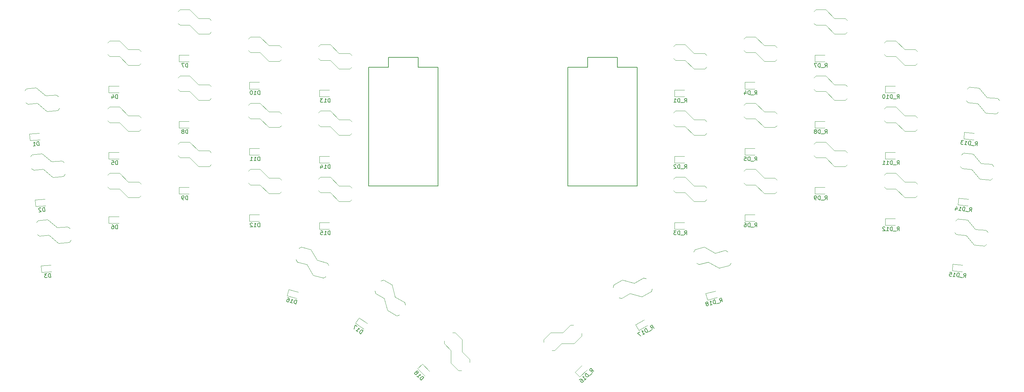
<source format=gbo>
%TF.GenerationSoftware,KiCad,Pcbnew,5.1.9+dfsg1-1+deb11u1*%
%TF.CreationDate,2024-10-07T21:35:42-04:00*%
%TF.ProjectId,mu-kb,6d752d6b-622e-46b6-9963-61645f706362,rev?*%
%TF.SameCoordinates,Original*%
%TF.FileFunction,Legend,Bot*%
%TF.FilePolarity,Positive*%
%FSLAX46Y46*%
G04 Gerber Fmt 4.6, Leading zero omitted, Abs format (unit mm)*
G04 Created by KiCad (PCBNEW 5.1.9+dfsg1-1+deb11u1) date 2024-10-07 21:35:42*
%MOMM*%
%LPD*%
G01*
G04 APERTURE LIST*
%ADD10C,0.120000*%
%ADD11C,0.150000*%
%ADD12C,2.400000*%
%ADD13C,1.300000*%
%ADD14R,1.300000X1.300000*%
%ADD15C,0.100000*%
%ADD16R,0.600000X0.450000*%
%ADD17C,3.050000*%
%ADD18C,3.400000*%
%ADD19C,1.900000*%
%ADD20R,1.600000X1.600000*%
%ADD21C,1.600000*%
G04 APERTURE END LIST*
D10*
%TO.C,D1*%
X25788266Y-83612478D02*
X25640102Y-81918947D01*
X25640102Y-81918947D02*
X28180398Y-81696700D01*
X25788266Y-83612478D02*
X28328563Y-83390231D01*
%TO.C,D2*%
X27269913Y-100547788D02*
X27121749Y-98854257D01*
X27121749Y-98854257D02*
X29662045Y-98632010D01*
X27269913Y-100547788D02*
X29810210Y-100325541D01*
%TO.C,D3*%
X28751561Y-117483098D02*
X31291858Y-117260851D01*
X28603397Y-115789567D02*
X31143693Y-115567320D01*
X28751561Y-117483098D02*
X28603397Y-115789567D01*
%TO.C,D4*%
X46000000Y-71350000D02*
X48550000Y-71350000D01*
X46000000Y-69650000D02*
X48550000Y-69650000D01*
X46000000Y-71350000D02*
X46000000Y-69650000D01*
%TO.C,D5*%
X46000000Y-88350000D02*
X46000000Y-86650000D01*
X46000000Y-86650000D02*
X48550000Y-86650000D01*
X46000000Y-88350000D02*
X48550000Y-88350000D01*
%TO.C,D6*%
X46000000Y-104850000D02*
X48550000Y-104850000D01*
X46000000Y-103150000D02*
X48550000Y-103150000D01*
X46000000Y-104850000D02*
X46000000Y-103150000D01*
%TO.C,D7*%
X64000000Y-63350000D02*
X64000000Y-61650000D01*
X64000000Y-61650000D02*
X66550000Y-61650000D01*
X64000000Y-63350000D02*
X66550000Y-63350000D01*
%TO.C,D8*%
X64000000Y-80350000D02*
X66550000Y-80350000D01*
X64000000Y-78650000D02*
X66550000Y-78650000D01*
X64000000Y-80350000D02*
X64000000Y-78650000D01*
%TO.C,D9*%
X64000000Y-97350000D02*
X66550000Y-97350000D01*
X64000000Y-95650000D02*
X66550000Y-95650000D01*
X64000000Y-97350000D02*
X64000000Y-95650000D01*
%TO.C,D10*%
X82000000Y-70350000D02*
X82000000Y-68650000D01*
X82000000Y-68650000D02*
X84550000Y-68650000D01*
X82000000Y-70350000D02*
X84550000Y-70350000D01*
%TO.C,D11*%
X82000000Y-87350000D02*
X84550000Y-87350000D01*
X82000000Y-85650000D02*
X84550000Y-85650000D01*
X82000000Y-87350000D02*
X82000000Y-85650000D01*
%TO.C,D12*%
X82000000Y-104350000D02*
X82000000Y-102650000D01*
X82000000Y-102650000D02*
X84550000Y-102650000D01*
X82000000Y-104350000D02*
X84550000Y-104350000D01*
%TO.C,D13*%
X100000000Y-72350000D02*
X100000000Y-70650000D01*
X100000000Y-70650000D02*
X102550000Y-70650000D01*
X100000000Y-72350000D02*
X102550000Y-72350000D01*
%TO.C,D14*%
X100000000Y-89350000D02*
X100000000Y-87650000D01*
X100000000Y-87650000D02*
X102550000Y-87650000D01*
X100000000Y-89350000D02*
X102550000Y-89350000D01*
%TO.C,D15*%
X100000000Y-106350000D02*
X102550000Y-106350000D01*
X100000000Y-104650000D02*
X102550000Y-104650000D01*
X100000000Y-106350000D02*
X100000000Y-104650000D01*
%TO.C,D16*%
X91685870Y-123486763D02*
X92125862Y-121844689D01*
X92125862Y-121844689D02*
X94588973Y-122504678D01*
X91685870Y-123486763D02*
X94148981Y-124146752D01*
%TO.C,D17*%
X109202639Y-130522099D02*
X110177719Y-129129540D01*
X110177719Y-129129540D02*
X112266557Y-130592160D01*
X109202639Y-130522099D02*
X111291477Y-131984718D01*
%TO.C,D18*%
X125156318Y-142222362D02*
X126959440Y-144025484D01*
X126358400Y-141020280D02*
X128161522Y-142823402D01*
X125156318Y-142222362D02*
X126358400Y-141020280D01*
%TO.C,R_D1*%
X191000000Y-72350000D02*
X193550000Y-72350000D01*
X191000000Y-70650000D02*
X193550000Y-70650000D01*
X191000000Y-72350000D02*
X191000000Y-70650000D01*
%TO.C,R_D2*%
X191000000Y-89350000D02*
X191000000Y-87650000D01*
X191000000Y-87650000D02*
X193550000Y-87650000D01*
X191000000Y-89350000D02*
X193550000Y-89350000D01*
%TO.C,R_D3*%
X191000000Y-106350000D02*
X193550000Y-106350000D01*
X191000000Y-104650000D02*
X193550000Y-104650000D01*
X191000000Y-106350000D02*
X191000000Y-104650000D01*
%TO.C,R_D4*%
X209000000Y-70350000D02*
X211550000Y-70350000D01*
X209000000Y-68650000D02*
X211550000Y-68650000D01*
X209000000Y-70350000D02*
X209000000Y-68650000D01*
%TO.C,R_D5*%
X209000000Y-87350000D02*
X209000000Y-85650000D01*
X209000000Y-85650000D02*
X211550000Y-85650000D01*
X209000000Y-87350000D02*
X211550000Y-87350000D01*
%TO.C,R_D6*%
X209000000Y-104350000D02*
X211550000Y-104350000D01*
X209000000Y-102650000D02*
X211550000Y-102650000D01*
X209000000Y-104350000D02*
X209000000Y-102650000D01*
%TO.C,R_D7*%
X227000000Y-63350000D02*
X229550000Y-63350000D01*
X227000000Y-61650000D02*
X229550000Y-61650000D01*
X227000000Y-63350000D02*
X227000000Y-61650000D01*
%TO.C,R_D8*%
X227000000Y-80350000D02*
X229550000Y-80350000D01*
X227000000Y-78650000D02*
X229550000Y-78650000D01*
X227000000Y-80350000D02*
X227000000Y-78650000D01*
%TO.C,R_D9*%
X227000000Y-97350000D02*
X227000000Y-95650000D01*
X227000000Y-95650000D02*
X229550000Y-95650000D01*
X227000000Y-97350000D02*
X229550000Y-97350000D01*
%TO.C,R_D10*%
X245000000Y-71350000D02*
X245000000Y-69650000D01*
X245000000Y-69650000D02*
X247550000Y-69650000D01*
X245000000Y-71350000D02*
X247550000Y-71350000D01*
%TO.C,R_D11*%
X245000000Y-88350000D02*
X245000000Y-86650000D01*
X245000000Y-86650000D02*
X247550000Y-86650000D01*
X245000000Y-88350000D02*
X247550000Y-88350000D01*
%TO.C,R_D12*%
X245000000Y-105350000D02*
X247550000Y-105350000D01*
X245000000Y-103650000D02*
X247550000Y-103650000D01*
X245000000Y-105350000D02*
X245000000Y-103650000D01*
%TO.C,R_D13*%
X265130761Y-83176699D02*
X265278925Y-81483168D01*
X265278925Y-81483168D02*
X267819222Y-81705415D01*
X265130761Y-83176699D02*
X267671057Y-83398946D01*
%TO.C,R_D14*%
X263649113Y-100112009D02*
X266189409Y-100334256D01*
X263797277Y-98418478D02*
X266337574Y-98640725D01*
X263649113Y-100112009D02*
X263797277Y-98418478D01*
%TO.C,R_D15*%
X262167466Y-117047319D02*
X262315630Y-115353788D01*
X262315630Y-115353788D02*
X264855927Y-115576035D01*
X262167466Y-117047319D02*
X264707762Y-117269566D01*
%TO.C,R_D16*%
X166722362Y-144343682D02*
X168525484Y-142540560D01*
X165520280Y-143141600D02*
X167323402Y-141338478D01*
X166722362Y-144343682D02*
X165520280Y-143141600D01*
%TO.C,R_D17*%
X181875962Y-132383236D02*
X184084327Y-131108236D01*
X181025962Y-130910992D02*
X183234327Y-129635992D01*
X181875962Y-132383236D02*
X181025962Y-130910992D01*
%TO.C,R_D18*%
X199435793Y-124555932D02*
X201898904Y-123895943D01*
X198995801Y-122913858D02*
X201458912Y-122253869D01*
X199435793Y-124555932D02*
X198995801Y-122913858D01*
%TO.C,R_SW1*%
X199250000Y-64750000D02*
X198750000Y-65250000D01*
X198750000Y-65250000D02*
X196000000Y-65250000D01*
X196000000Y-65250000D02*
X193750000Y-63000000D01*
X193750000Y-63000000D02*
X191250000Y-63000000D01*
X191250000Y-63000000D02*
X190750000Y-62500000D01*
X190750000Y-59500000D02*
X191250000Y-59000000D01*
X191250000Y-59000000D02*
X193750000Y-59000000D01*
X193750000Y-59000000D02*
X196000000Y-61250000D01*
X196000000Y-61250000D02*
X198750000Y-61250000D01*
X198750000Y-61250000D02*
X199250000Y-61750000D01*
%TO.C,R_SW2*%
X199250000Y-81750000D02*
X198750000Y-82250000D01*
X198750000Y-82250000D02*
X196000000Y-82250000D01*
X196000000Y-82250000D02*
X193750000Y-80000000D01*
X193750000Y-80000000D02*
X191250000Y-80000000D01*
X191250000Y-80000000D02*
X190750000Y-79500000D01*
X190750000Y-76500000D02*
X191250000Y-76000000D01*
X191250000Y-76000000D02*
X193750000Y-76000000D01*
X193750000Y-76000000D02*
X196000000Y-78250000D01*
X196000000Y-78250000D02*
X198750000Y-78250000D01*
X198750000Y-78250000D02*
X199250000Y-78750000D01*
%TO.C,R_SW3*%
X198750000Y-95250000D02*
X199250000Y-95750000D01*
X196000000Y-95250000D02*
X198750000Y-95250000D01*
X193750000Y-93000000D02*
X196000000Y-95250000D01*
X191250000Y-93000000D02*
X193750000Y-93000000D01*
X190750000Y-93500000D02*
X191250000Y-93000000D01*
X191250000Y-97000000D02*
X190750000Y-96500000D01*
X193750000Y-97000000D02*
X191250000Y-97000000D01*
X196000000Y-99250000D02*
X193750000Y-97000000D01*
X198750000Y-99250000D02*
X196000000Y-99250000D01*
X199250000Y-98750000D02*
X198750000Y-99250000D01*
%TO.C,R_SW4*%
X217250000Y-62750000D02*
X216750000Y-63250000D01*
X216750000Y-63250000D02*
X214000000Y-63250000D01*
X214000000Y-63250000D02*
X211750000Y-61000000D01*
X211750000Y-61000000D02*
X209250000Y-61000000D01*
X209250000Y-61000000D02*
X208750000Y-60500000D01*
X208750000Y-57500000D02*
X209250000Y-57000000D01*
X209250000Y-57000000D02*
X211750000Y-57000000D01*
X211750000Y-57000000D02*
X214000000Y-59250000D01*
X214000000Y-59250000D02*
X216750000Y-59250000D01*
X216750000Y-59250000D02*
X217250000Y-59750000D01*
%TO.C,R_SW5*%
X216750000Y-76250000D02*
X217250000Y-76750000D01*
X214000000Y-76250000D02*
X216750000Y-76250000D01*
X211750000Y-74000000D02*
X214000000Y-76250000D01*
X209250000Y-74000000D02*
X211750000Y-74000000D01*
X208750000Y-74500000D02*
X209250000Y-74000000D01*
X209250000Y-78000000D02*
X208750000Y-77500000D01*
X211750000Y-78000000D02*
X209250000Y-78000000D01*
X214000000Y-80250000D02*
X211750000Y-78000000D01*
X216750000Y-80250000D02*
X214000000Y-80250000D01*
X217250000Y-79750000D02*
X216750000Y-80250000D01*
%TO.C,R_SW6*%
X217250000Y-96750000D02*
X216750000Y-97250000D01*
X216750000Y-97250000D02*
X214000000Y-97250000D01*
X214000000Y-97250000D02*
X211750000Y-95000000D01*
X211750000Y-95000000D02*
X209250000Y-95000000D01*
X209250000Y-95000000D02*
X208750000Y-94500000D01*
X208750000Y-91500000D02*
X209250000Y-91000000D01*
X209250000Y-91000000D02*
X211750000Y-91000000D01*
X211750000Y-91000000D02*
X214000000Y-93250000D01*
X214000000Y-93250000D02*
X216750000Y-93250000D01*
X216750000Y-93250000D02*
X217250000Y-93750000D01*
%TO.C,R_SW7*%
X235250000Y-55750000D02*
X234750000Y-56250000D01*
X234750000Y-56250000D02*
X232000000Y-56250000D01*
X232000000Y-56250000D02*
X229750000Y-54000000D01*
X229750000Y-54000000D02*
X227250000Y-54000000D01*
X227250000Y-54000000D02*
X226750000Y-53500000D01*
X226750000Y-50500000D02*
X227250000Y-50000000D01*
X227250000Y-50000000D02*
X229750000Y-50000000D01*
X229750000Y-50000000D02*
X232000000Y-52250000D01*
X232000000Y-52250000D02*
X234750000Y-52250000D01*
X234750000Y-52250000D02*
X235250000Y-52750000D01*
%TO.C,R_SW8*%
X234750000Y-69250000D02*
X235250000Y-69750000D01*
X232000000Y-69250000D02*
X234750000Y-69250000D01*
X229750000Y-67000000D02*
X232000000Y-69250000D01*
X227250000Y-67000000D02*
X229750000Y-67000000D01*
X226750000Y-67500000D02*
X227250000Y-67000000D01*
X227250000Y-71000000D02*
X226750000Y-70500000D01*
X229750000Y-71000000D02*
X227250000Y-71000000D01*
X232000000Y-73250000D02*
X229750000Y-71000000D01*
X234750000Y-73250000D02*
X232000000Y-73250000D01*
X235250000Y-72750000D02*
X234750000Y-73250000D01*
%TO.C,R_SW9*%
X235250000Y-89750000D02*
X234750000Y-90250000D01*
X234750000Y-90250000D02*
X232000000Y-90250000D01*
X232000000Y-90250000D02*
X229750000Y-88000000D01*
X229750000Y-88000000D02*
X227250000Y-88000000D01*
X227250000Y-88000000D02*
X226750000Y-87500000D01*
X226750000Y-84500000D02*
X227250000Y-84000000D01*
X227250000Y-84000000D02*
X229750000Y-84000000D01*
X229750000Y-84000000D02*
X232000000Y-86250000D01*
X232000000Y-86250000D02*
X234750000Y-86250000D01*
X234750000Y-86250000D02*
X235250000Y-86750000D01*
%TO.C,R_SW10*%
X253250000Y-63750000D02*
X252750000Y-64250000D01*
X252750000Y-64250000D02*
X250000000Y-64250000D01*
X250000000Y-64250000D02*
X247750000Y-62000000D01*
X247750000Y-62000000D02*
X245250000Y-62000000D01*
X245250000Y-62000000D02*
X244750000Y-61500000D01*
X244750000Y-58500000D02*
X245250000Y-58000000D01*
X245250000Y-58000000D02*
X247750000Y-58000000D01*
X247750000Y-58000000D02*
X250000000Y-60250000D01*
X250000000Y-60250000D02*
X252750000Y-60250000D01*
X252750000Y-60250000D02*
X253250000Y-60750000D01*
%TO.C,R_SW11*%
X252750000Y-77250000D02*
X253250000Y-77750000D01*
X250000000Y-77250000D02*
X252750000Y-77250000D01*
X247750000Y-75000000D02*
X250000000Y-77250000D01*
X245250000Y-75000000D02*
X247750000Y-75000000D01*
X244750000Y-75500000D02*
X245250000Y-75000000D01*
X245250000Y-79000000D02*
X244750000Y-78500000D01*
X247750000Y-79000000D02*
X245250000Y-79000000D01*
X250000000Y-81250000D02*
X247750000Y-79000000D01*
X252750000Y-81250000D02*
X250000000Y-81250000D01*
X253250000Y-80750000D02*
X252750000Y-81250000D01*
%TO.C,R_SW12*%
X253250000Y-97750000D02*
X252750000Y-98250000D01*
X252750000Y-98250000D02*
X250000000Y-98250000D01*
X250000000Y-98250000D02*
X247750000Y-96000000D01*
X247750000Y-96000000D02*
X245250000Y-96000000D01*
X245250000Y-96000000D02*
X244750000Y-95500000D01*
X244750000Y-92500000D02*
X245250000Y-92000000D01*
X245250000Y-92000000D02*
X247750000Y-92000000D01*
X247750000Y-92000000D02*
X250000000Y-94250000D01*
X250000000Y-94250000D02*
X252750000Y-94250000D01*
X252750000Y-94250000D02*
X253250000Y-94750000D01*
%TO.C,R_SW13*%
X273818698Y-72794395D02*
X274273218Y-73336070D01*
X271079163Y-72554717D02*
X273818698Y-72794395D01*
X269033825Y-70117178D02*
X271079163Y-72554717D01*
X266543339Y-69899289D02*
X269033825Y-70117178D01*
X266001663Y-70353808D02*
X266543339Y-69899289D01*
X266194716Y-73884068D02*
X265740196Y-73342392D01*
X268685202Y-74101957D02*
X266194716Y-73884068D01*
X270730540Y-76539495D02*
X268685202Y-74101957D01*
X273470075Y-76779174D02*
X270730540Y-76539495D01*
X274011751Y-76324654D02*
X273470075Y-76779174D01*
%TO.C,R_SW14*%
X272530103Y-93259964D02*
X271988427Y-93714484D01*
X271988427Y-93714484D02*
X269248892Y-93474805D01*
X269248892Y-93474805D02*
X267203554Y-91037267D01*
X267203554Y-91037267D02*
X264713068Y-90819378D01*
X264713068Y-90819378D02*
X264258548Y-90277702D01*
X264520015Y-87289118D02*
X265061691Y-86834599D01*
X265061691Y-86834599D02*
X267552177Y-87052488D01*
X267552177Y-87052488D02*
X269597515Y-89490027D01*
X269597515Y-89490027D02*
X272337050Y-89729705D01*
X272337050Y-89729705D02*
X272791570Y-90271380D01*
%TO.C,R_SW15*%
X270855403Y-106665015D02*
X271309923Y-107206690D01*
X268115868Y-106425337D02*
X270855403Y-106665015D01*
X266070530Y-103987798D02*
X268115868Y-106425337D01*
X263580044Y-103769909D02*
X266070530Y-103987798D01*
X263038368Y-104224428D02*
X263580044Y-103769909D01*
X263231421Y-107754688D02*
X262776901Y-107213012D01*
X265721907Y-107972577D02*
X263231421Y-107754688D01*
X267767245Y-110410115D02*
X265721907Y-107972577D01*
X270506780Y-110649794D02*
X267767245Y-110410115D01*
X271048456Y-110195274D02*
X270506780Y-110649794D01*
%TO.C,R_SW16*%
X167181981Y-133136039D02*
X167181981Y-133843146D01*
X167181981Y-133843146D02*
X165237437Y-135787689D01*
X165237437Y-135787689D02*
X162055456Y-135787689D01*
X162055456Y-135787689D02*
X160287689Y-137555456D01*
X160287689Y-137555456D02*
X159580583Y-137555456D01*
X157459262Y-135434136D02*
X157459262Y-134727029D01*
X157459262Y-134727029D02*
X159227029Y-132959262D01*
X159227029Y-132959262D02*
X162409010Y-132959262D01*
X162409010Y-132959262D02*
X164353553Y-131014719D01*
X164353553Y-131014719D02*
X165060660Y-131014719D01*
%TO.C,R_SW17*%
X183037659Y-118895354D02*
X183720671Y-119078367D01*
X180656089Y-120270354D02*
X183037659Y-118895354D01*
X177582532Y-119446797D02*
X180656089Y-120270354D01*
X175417468Y-120696797D02*
X177582532Y-119446797D01*
X175234456Y-121379809D02*
X175417468Y-120696797D01*
X177417468Y-124160898D02*
X176734456Y-123977886D01*
X179582532Y-122910898D02*
X177417468Y-124160898D01*
X182656089Y-123734456D02*
X179582532Y-122910898D01*
X185037659Y-122359456D02*
X182656089Y-123734456D01*
X185220671Y-121676443D02*
X185037659Y-122359456D01*
%TO.C,R_SW18*%
X205437656Y-115079638D02*
X205084103Y-115692011D01*
X205084103Y-115692011D02*
X202427807Y-116403763D01*
X202427807Y-116403763D02*
X199672131Y-114812773D01*
X199672131Y-114812773D02*
X197257317Y-115459821D01*
X197257317Y-115459821D02*
X196644944Y-115106267D01*
X195868487Y-112208490D02*
X196222040Y-111596117D01*
X196222040Y-111596117D02*
X198636855Y-110949070D01*
X198636855Y-110949070D02*
X201392531Y-112540060D01*
X201392531Y-112540060D02*
X204048827Y-111828307D01*
X204048827Y-111828307D02*
X204661199Y-112181861D01*
D11*
%TO.C,R_U1*%
X181390000Y-95240000D02*
X163610000Y-95240000D01*
X163610000Y-95240000D02*
X163610000Y-64760000D01*
X163610000Y-64760000D02*
X168690000Y-64760000D01*
X168690000Y-64760000D02*
X168690000Y-62220000D01*
X168690000Y-62220000D02*
X176310000Y-62220000D01*
X176310000Y-62220000D02*
X176310000Y-64760000D01*
X176310000Y-64760000D02*
X181390000Y-64760000D01*
X181390000Y-64760000D02*
X181390000Y-95240000D01*
D10*
%TO.C,SW1*%
X32541346Y-71879260D02*
X33083022Y-72333780D01*
X29801811Y-72118938D02*
X32541346Y-71879260D01*
X27364272Y-70073601D02*
X29801811Y-72118938D01*
X24873786Y-70291490D02*
X27364272Y-70073601D01*
X24419266Y-70833165D02*
X24873786Y-70291490D01*
X25222409Y-74276269D02*
X24680733Y-73821749D01*
X27712895Y-74058380D02*
X25222409Y-74276269D01*
X30150434Y-76103717D02*
X27712895Y-74058380D01*
X32889969Y-75864039D02*
X30150434Y-76103717D01*
X33344489Y-75322364D02*
X32889969Y-75864039D01*
%TO.C,SW2*%
X34022993Y-88814570D02*
X34564669Y-89269090D01*
X31283458Y-89054248D02*
X34022993Y-88814570D01*
X28845919Y-87008911D02*
X31283458Y-89054248D01*
X26355433Y-87226800D02*
X28845919Y-87008911D01*
X25900913Y-87768475D02*
X26355433Y-87226800D01*
X26704056Y-91211579D02*
X26162380Y-90757059D01*
X29194542Y-90993690D02*
X26704056Y-91211579D01*
X31632081Y-93039027D02*
X29194542Y-90993690D01*
X34371616Y-92799349D02*
X31632081Y-93039027D01*
X34826136Y-92257674D02*
X34371616Y-92799349D01*
%TO.C,SW3*%
X36307784Y-109192983D02*
X35853264Y-109734658D01*
X35853264Y-109734658D02*
X33113729Y-109974336D01*
X33113729Y-109974336D02*
X30676190Y-107928999D01*
X30676190Y-107928999D02*
X28185704Y-108146888D01*
X28185704Y-108146888D02*
X27644028Y-107692368D01*
X27382561Y-104703784D02*
X27837081Y-104162109D01*
X27837081Y-104162109D02*
X30327567Y-103944220D01*
X30327567Y-103944220D02*
X32765106Y-105989557D01*
X32765106Y-105989557D02*
X35504641Y-105749879D01*
X35504641Y-105749879D02*
X36046317Y-106204399D01*
%TO.C,SW4*%
X53750000Y-60250000D02*
X54250000Y-60750000D01*
X51000000Y-60250000D02*
X53750000Y-60250000D01*
X48750000Y-58000000D02*
X51000000Y-60250000D01*
X46250000Y-58000000D02*
X48750000Y-58000000D01*
X45750000Y-58500000D02*
X46250000Y-58000000D01*
X46250000Y-62000000D02*
X45750000Y-61500000D01*
X48750000Y-62000000D02*
X46250000Y-62000000D01*
X51000000Y-64250000D02*
X48750000Y-62000000D01*
X53750000Y-64250000D02*
X51000000Y-64250000D01*
X54250000Y-63750000D02*
X53750000Y-64250000D01*
%TO.C,SW5*%
X54250000Y-80750000D02*
X53750000Y-81250000D01*
X53750000Y-81250000D02*
X51000000Y-81250000D01*
X51000000Y-81250000D02*
X48750000Y-79000000D01*
X48750000Y-79000000D02*
X46250000Y-79000000D01*
X46250000Y-79000000D02*
X45750000Y-78500000D01*
X45750000Y-75500000D02*
X46250000Y-75000000D01*
X46250000Y-75000000D02*
X48750000Y-75000000D01*
X48750000Y-75000000D02*
X51000000Y-77250000D01*
X51000000Y-77250000D02*
X53750000Y-77250000D01*
X53750000Y-77250000D02*
X54250000Y-77750000D01*
%TO.C,SW6*%
X53750000Y-94250000D02*
X54250000Y-94750000D01*
X51000000Y-94250000D02*
X53750000Y-94250000D01*
X48750000Y-92000000D02*
X51000000Y-94250000D01*
X46250000Y-92000000D02*
X48750000Y-92000000D01*
X45750000Y-92500000D02*
X46250000Y-92000000D01*
X46250000Y-96000000D02*
X45750000Y-95500000D01*
X48750000Y-96000000D02*
X46250000Y-96000000D01*
X51000000Y-98250000D02*
X48750000Y-96000000D01*
X53750000Y-98250000D02*
X51000000Y-98250000D01*
X54250000Y-97750000D02*
X53750000Y-98250000D01*
%TO.C,SW7*%
X72250000Y-55750000D02*
X71750000Y-56250000D01*
X71750000Y-56250000D02*
X69000000Y-56250000D01*
X69000000Y-56250000D02*
X66750000Y-54000000D01*
X66750000Y-54000000D02*
X64250000Y-54000000D01*
X64250000Y-54000000D02*
X63750000Y-53500000D01*
X63750000Y-50500000D02*
X64250000Y-50000000D01*
X64250000Y-50000000D02*
X66750000Y-50000000D01*
X66750000Y-50000000D02*
X69000000Y-52250000D01*
X69000000Y-52250000D02*
X71750000Y-52250000D01*
X71750000Y-52250000D02*
X72250000Y-52750000D01*
%TO.C,SW8*%
X71750000Y-69250000D02*
X72250000Y-69750000D01*
X69000000Y-69250000D02*
X71750000Y-69250000D01*
X66750000Y-67000000D02*
X69000000Y-69250000D01*
X64250000Y-67000000D02*
X66750000Y-67000000D01*
X63750000Y-67500000D02*
X64250000Y-67000000D01*
X64250000Y-71000000D02*
X63750000Y-70500000D01*
X66750000Y-71000000D02*
X64250000Y-71000000D01*
X69000000Y-73250000D02*
X66750000Y-71000000D01*
X71750000Y-73250000D02*
X69000000Y-73250000D01*
X72250000Y-72750000D02*
X71750000Y-73250000D01*
%TO.C,SW9*%
X71750000Y-86250000D02*
X72250000Y-86750000D01*
X69000000Y-86250000D02*
X71750000Y-86250000D01*
X66750000Y-84000000D02*
X69000000Y-86250000D01*
X64250000Y-84000000D02*
X66750000Y-84000000D01*
X63750000Y-84500000D02*
X64250000Y-84000000D01*
X64250000Y-88000000D02*
X63750000Y-87500000D01*
X66750000Y-88000000D02*
X64250000Y-88000000D01*
X69000000Y-90250000D02*
X66750000Y-88000000D01*
X71750000Y-90250000D02*
X69000000Y-90250000D01*
X72250000Y-89750000D02*
X71750000Y-90250000D01*
%TO.C,SW10*%
X89750000Y-59250000D02*
X90250000Y-59750000D01*
X87000000Y-59250000D02*
X89750000Y-59250000D01*
X84750000Y-57000000D02*
X87000000Y-59250000D01*
X82250000Y-57000000D02*
X84750000Y-57000000D01*
X81750000Y-57500000D02*
X82250000Y-57000000D01*
X82250000Y-61000000D02*
X81750000Y-60500000D01*
X84750000Y-61000000D02*
X82250000Y-61000000D01*
X87000000Y-63250000D02*
X84750000Y-61000000D01*
X89750000Y-63250000D02*
X87000000Y-63250000D01*
X90250000Y-62750000D02*
X89750000Y-63250000D01*
%TO.C,SW11*%
X90250000Y-79750000D02*
X89750000Y-80250000D01*
X89750000Y-80250000D02*
X87000000Y-80250000D01*
X87000000Y-80250000D02*
X84750000Y-78000000D01*
X84750000Y-78000000D02*
X82250000Y-78000000D01*
X82250000Y-78000000D02*
X81750000Y-77500000D01*
X81750000Y-74500000D02*
X82250000Y-74000000D01*
X82250000Y-74000000D02*
X84750000Y-74000000D01*
X84750000Y-74000000D02*
X87000000Y-76250000D01*
X87000000Y-76250000D02*
X89750000Y-76250000D01*
X89750000Y-76250000D02*
X90250000Y-76750000D01*
%TO.C,SW12*%
X90250000Y-96750000D02*
X89750000Y-97250000D01*
X89750000Y-97250000D02*
X87000000Y-97250000D01*
X87000000Y-97250000D02*
X84750000Y-95000000D01*
X84750000Y-95000000D02*
X82250000Y-95000000D01*
X82250000Y-95000000D02*
X81750000Y-94500000D01*
X81750000Y-91500000D02*
X82250000Y-91000000D01*
X82250000Y-91000000D02*
X84750000Y-91000000D01*
X84750000Y-91000000D02*
X87000000Y-93250000D01*
X87000000Y-93250000D02*
X89750000Y-93250000D01*
X89750000Y-93250000D02*
X90250000Y-93750000D01*
%TO.C,SW13*%
X108250000Y-64750000D02*
X107750000Y-65250000D01*
X107750000Y-65250000D02*
X105000000Y-65250000D01*
X105000000Y-65250000D02*
X102750000Y-63000000D01*
X102750000Y-63000000D02*
X100250000Y-63000000D01*
X100250000Y-63000000D02*
X99750000Y-62500000D01*
X99750000Y-59500000D02*
X100250000Y-59000000D01*
X100250000Y-59000000D02*
X102750000Y-59000000D01*
X102750000Y-59000000D02*
X105000000Y-61250000D01*
X105000000Y-61250000D02*
X107750000Y-61250000D01*
X107750000Y-61250000D02*
X108250000Y-61750000D01*
%TO.C,SW14*%
X107750000Y-78250000D02*
X108250000Y-78750000D01*
X105000000Y-78250000D02*
X107750000Y-78250000D01*
X102750000Y-76000000D02*
X105000000Y-78250000D01*
X100250000Y-76000000D02*
X102750000Y-76000000D01*
X99750000Y-76500000D02*
X100250000Y-76000000D01*
X100250000Y-80000000D02*
X99750000Y-79500000D01*
X102750000Y-80000000D02*
X100250000Y-80000000D01*
X105000000Y-82250000D02*
X102750000Y-80000000D01*
X107750000Y-82250000D02*
X105000000Y-82250000D01*
X108250000Y-81750000D02*
X107750000Y-82250000D01*
%TO.C,SW15*%
X108250000Y-98750000D02*
X107750000Y-99250000D01*
X107750000Y-99250000D02*
X105000000Y-99250000D01*
X105000000Y-99250000D02*
X102750000Y-97000000D01*
X102750000Y-97000000D02*
X100250000Y-97000000D01*
X100250000Y-97000000D02*
X99750000Y-96500000D01*
X99750000Y-93500000D02*
X100250000Y-93000000D01*
X100250000Y-93000000D02*
X102750000Y-93000000D01*
X102750000Y-93000000D02*
X105000000Y-95250000D01*
X105000000Y-95250000D02*
X107750000Y-95250000D01*
X107750000Y-95250000D02*
X108250000Y-95750000D01*
%TO.C,SW16*%
X102025246Y-115063546D02*
X102378799Y-115675918D01*
X99368950Y-114351793D02*
X102025246Y-115063546D01*
X97777960Y-111596117D02*
X99368950Y-114351793D01*
X95363145Y-110949070D02*
X97777960Y-111596117D01*
X94750773Y-111302623D02*
X95363145Y-110949070D01*
X94327869Y-114812773D02*
X93974316Y-114200400D01*
X96742683Y-115459821D02*
X94327869Y-114812773D01*
X98333674Y-118215496D02*
X96742683Y-115459821D01*
X100989970Y-118927249D02*
X98333674Y-118215496D01*
X101602342Y-118573695D02*
X100989970Y-118927249D01*
%TO.C,SW17*%
X120470671Y-128426443D02*
X119787659Y-128609456D01*
X119787659Y-128609456D02*
X117406089Y-127234456D01*
X117406089Y-127234456D02*
X116582532Y-124160898D01*
X116582532Y-124160898D02*
X114417468Y-122910898D01*
X114417468Y-122910898D02*
X114234456Y-122227886D01*
X115734456Y-119629809D02*
X116417468Y-119446797D01*
X116417468Y-119446797D02*
X118582532Y-120696797D01*
X118582532Y-120696797D02*
X119406089Y-123770354D01*
X119406089Y-123770354D02*
X121787659Y-125145354D01*
X121787659Y-125145354D02*
X121970671Y-125828367D01*
%TO.C,SW18*%
X138485281Y-139853553D02*
X138485281Y-140560660D01*
X136540738Y-137909010D02*
X138485281Y-139853553D01*
X136540738Y-134727029D02*
X136540738Y-137909010D01*
X134772971Y-132959262D02*
X136540738Y-134727029D01*
X134065864Y-132959262D02*
X134772971Y-132959262D01*
X131944544Y-135787689D02*
X131944544Y-135080583D01*
X133712311Y-137555456D02*
X131944544Y-135787689D01*
X133712311Y-140737437D02*
X133712311Y-137555456D01*
X135656854Y-142681981D02*
X133712311Y-140737437D01*
X136363961Y-142681981D02*
X135656854Y-142681981D01*
D11*
%TO.C,U1*%
X130390000Y-64760000D02*
X130390000Y-95240000D01*
X125310000Y-64760000D02*
X130390000Y-64760000D01*
X125310000Y-62220000D02*
X125310000Y-64760000D01*
X117690000Y-62220000D02*
X125310000Y-62220000D01*
X117690000Y-64760000D02*
X117690000Y-62220000D01*
X112610000Y-64760000D02*
X117690000Y-64760000D01*
X112610000Y-95240000D02*
X112610000Y-64760000D01*
X130390000Y-95240000D02*
X112610000Y-95240000D01*
%TO.C,D1*%
X28144428Y-84864269D02*
X28057272Y-83868074D01*
X27820083Y-83888825D01*
X27681919Y-83948714D01*
X27595344Y-84051890D01*
X27556207Y-84150916D01*
X27525370Y-84344818D01*
X27537821Y-84487131D01*
X27601860Y-84672733D01*
X27657598Y-84763458D01*
X27760775Y-84850033D01*
X27907238Y-84885020D01*
X28144428Y-84864269D01*
X26626417Y-84997078D02*
X27195671Y-84947274D01*
X26911044Y-84972176D02*
X26823888Y-83975981D01*
X26931215Y-84109994D01*
X27034391Y-84196569D01*
X27133417Y-84235707D01*
%TO.C,D2*%
X29626075Y-101799579D02*
X29538919Y-100803384D01*
X29301730Y-100824135D01*
X29163566Y-100884024D01*
X29076991Y-100987200D01*
X29037854Y-101086226D01*
X29007017Y-101280128D01*
X29019468Y-101422441D01*
X29083507Y-101608043D01*
X29139245Y-101698768D01*
X29242422Y-101785343D01*
X29388885Y-101820330D01*
X29626075Y-101799579D01*
X28598463Y-100981265D02*
X28546874Y-100937978D01*
X28447849Y-100898840D01*
X28210659Y-100919592D01*
X28119934Y-100975330D01*
X28076646Y-101026918D01*
X28037509Y-101125944D01*
X28045810Y-101220820D01*
X28105698Y-101358983D01*
X28724756Y-101878434D01*
X28108064Y-101932388D01*
%TO.C,D3*%
X31107723Y-118734889D02*
X31020567Y-117738694D01*
X30783378Y-117759445D01*
X30645214Y-117819334D01*
X30558639Y-117922510D01*
X30519502Y-118021536D01*
X30488665Y-118215438D01*
X30501116Y-118357751D01*
X30565155Y-118543353D01*
X30620893Y-118634078D01*
X30724070Y-118720653D01*
X30870533Y-118755640D01*
X31107723Y-118734889D01*
X30119248Y-117817549D02*
X29502556Y-117871503D01*
X29867823Y-118221954D01*
X29725510Y-118234404D01*
X29634784Y-118290143D01*
X29591497Y-118341731D01*
X29552359Y-118440757D01*
X29573111Y-118677946D01*
X29628849Y-118768672D01*
X29680437Y-118811959D01*
X29779463Y-118851096D01*
X30064090Y-118826195D01*
X30154816Y-118770456D01*
X30198103Y-118718868D01*
%TO.C,D4*%
X48238095Y-72802380D02*
X48238095Y-71802380D01*
X48000000Y-71802380D01*
X47857142Y-71850000D01*
X47761904Y-71945238D01*
X47714285Y-72040476D01*
X47666666Y-72230952D01*
X47666666Y-72373809D01*
X47714285Y-72564285D01*
X47761904Y-72659523D01*
X47857142Y-72754761D01*
X48000000Y-72802380D01*
X48238095Y-72802380D01*
X46809523Y-72135714D02*
X46809523Y-72802380D01*
X47047619Y-71754761D02*
X47285714Y-72469047D01*
X46666666Y-72469047D01*
%TO.C,D5*%
X48238095Y-89802380D02*
X48238095Y-88802380D01*
X48000000Y-88802380D01*
X47857142Y-88850000D01*
X47761904Y-88945238D01*
X47714285Y-89040476D01*
X47666666Y-89230952D01*
X47666666Y-89373809D01*
X47714285Y-89564285D01*
X47761904Y-89659523D01*
X47857142Y-89754761D01*
X48000000Y-89802380D01*
X48238095Y-89802380D01*
X46761904Y-88802380D02*
X47238095Y-88802380D01*
X47285714Y-89278571D01*
X47238095Y-89230952D01*
X47142857Y-89183333D01*
X46904761Y-89183333D01*
X46809523Y-89230952D01*
X46761904Y-89278571D01*
X46714285Y-89373809D01*
X46714285Y-89611904D01*
X46761904Y-89707142D01*
X46809523Y-89754761D01*
X46904761Y-89802380D01*
X47142857Y-89802380D01*
X47238095Y-89754761D01*
X47285714Y-89707142D01*
%TO.C,D6*%
X48238095Y-106302380D02*
X48238095Y-105302380D01*
X48000000Y-105302380D01*
X47857142Y-105350000D01*
X47761904Y-105445238D01*
X47714285Y-105540476D01*
X47666666Y-105730952D01*
X47666666Y-105873809D01*
X47714285Y-106064285D01*
X47761904Y-106159523D01*
X47857142Y-106254761D01*
X48000000Y-106302380D01*
X48238095Y-106302380D01*
X46809523Y-105302380D02*
X47000000Y-105302380D01*
X47095238Y-105350000D01*
X47142857Y-105397619D01*
X47238095Y-105540476D01*
X47285714Y-105730952D01*
X47285714Y-106111904D01*
X47238095Y-106207142D01*
X47190476Y-106254761D01*
X47095238Y-106302380D01*
X46904761Y-106302380D01*
X46809523Y-106254761D01*
X46761904Y-106207142D01*
X46714285Y-106111904D01*
X46714285Y-105873809D01*
X46761904Y-105778571D01*
X46809523Y-105730952D01*
X46904761Y-105683333D01*
X47095238Y-105683333D01*
X47190476Y-105730952D01*
X47238095Y-105778571D01*
X47285714Y-105873809D01*
%TO.C,D7*%
X66238095Y-64802380D02*
X66238095Y-63802380D01*
X66000000Y-63802380D01*
X65857142Y-63850000D01*
X65761904Y-63945238D01*
X65714285Y-64040476D01*
X65666666Y-64230952D01*
X65666666Y-64373809D01*
X65714285Y-64564285D01*
X65761904Y-64659523D01*
X65857142Y-64754761D01*
X66000000Y-64802380D01*
X66238095Y-64802380D01*
X65333333Y-63802380D02*
X64666666Y-63802380D01*
X65095238Y-64802380D01*
%TO.C,D8*%
X66238095Y-81802380D02*
X66238095Y-80802380D01*
X66000000Y-80802380D01*
X65857142Y-80850000D01*
X65761904Y-80945238D01*
X65714285Y-81040476D01*
X65666666Y-81230952D01*
X65666666Y-81373809D01*
X65714285Y-81564285D01*
X65761904Y-81659523D01*
X65857142Y-81754761D01*
X66000000Y-81802380D01*
X66238095Y-81802380D01*
X65095238Y-81230952D02*
X65190476Y-81183333D01*
X65238095Y-81135714D01*
X65285714Y-81040476D01*
X65285714Y-80992857D01*
X65238095Y-80897619D01*
X65190476Y-80850000D01*
X65095238Y-80802380D01*
X64904761Y-80802380D01*
X64809523Y-80850000D01*
X64761904Y-80897619D01*
X64714285Y-80992857D01*
X64714285Y-81040476D01*
X64761904Y-81135714D01*
X64809523Y-81183333D01*
X64904761Y-81230952D01*
X65095238Y-81230952D01*
X65190476Y-81278571D01*
X65238095Y-81326190D01*
X65285714Y-81421428D01*
X65285714Y-81611904D01*
X65238095Y-81707142D01*
X65190476Y-81754761D01*
X65095238Y-81802380D01*
X64904761Y-81802380D01*
X64809523Y-81754761D01*
X64761904Y-81707142D01*
X64714285Y-81611904D01*
X64714285Y-81421428D01*
X64761904Y-81326190D01*
X64809523Y-81278571D01*
X64904761Y-81230952D01*
%TO.C,D9*%
X66238095Y-98802380D02*
X66238095Y-97802380D01*
X66000000Y-97802380D01*
X65857142Y-97850000D01*
X65761904Y-97945238D01*
X65714285Y-98040476D01*
X65666666Y-98230952D01*
X65666666Y-98373809D01*
X65714285Y-98564285D01*
X65761904Y-98659523D01*
X65857142Y-98754761D01*
X66000000Y-98802380D01*
X66238095Y-98802380D01*
X65190476Y-98802380D02*
X65000000Y-98802380D01*
X64904761Y-98754761D01*
X64857142Y-98707142D01*
X64761904Y-98564285D01*
X64714285Y-98373809D01*
X64714285Y-97992857D01*
X64761904Y-97897619D01*
X64809523Y-97850000D01*
X64904761Y-97802380D01*
X65095238Y-97802380D01*
X65190476Y-97850000D01*
X65238095Y-97897619D01*
X65285714Y-97992857D01*
X65285714Y-98230952D01*
X65238095Y-98326190D01*
X65190476Y-98373809D01*
X65095238Y-98421428D01*
X64904761Y-98421428D01*
X64809523Y-98373809D01*
X64761904Y-98326190D01*
X64714285Y-98230952D01*
%TO.C,D10*%
X84714285Y-71802380D02*
X84714285Y-70802380D01*
X84476190Y-70802380D01*
X84333333Y-70850000D01*
X84238095Y-70945238D01*
X84190476Y-71040476D01*
X84142857Y-71230952D01*
X84142857Y-71373809D01*
X84190476Y-71564285D01*
X84238095Y-71659523D01*
X84333333Y-71754761D01*
X84476190Y-71802380D01*
X84714285Y-71802380D01*
X83190476Y-71802380D02*
X83761904Y-71802380D01*
X83476190Y-71802380D02*
X83476190Y-70802380D01*
X83571428Y-70945238D01*
X83666666Y-71040476D01*
X83761904Y-71088095D01*
X82571428Y-70802380D02*
X82476190Y-70802380D01*
X82380952Y-70850000D01*
X82333333Y-70897619D01*
X82285714Y-70992857D01*
X82238095Y-71183333D01*
X82238095Y-71421428D01*
X82285714Y-71611904D01*
X82333333Y-71707142D01*
X82380952Y-71754761D01*
X82476190Y-71802380D01*
X82571428Y-71802380D01*
X82666666Y-71754761D01*
X82714285Y-71707142D01*
X82761904Y-71611904D01*
X82809523Y-71421428D01*
X82809523Y-71183333D01*
X82761904Y-70992857D01*
X82714285Y-70897619D01*
X82666666Y-70850000D01*
X82571428Y-70802380D01*
%TO.C,D11*%
X84714285Y-88802380D02*
X84714285Y-87802380D01*
X84476190Y-87802380D01*
X84333333Y-87850000D01*
X84238095Y-87945238D01*
X84190476Y-88040476D01*
X84142857Y-88230952D01*
X84142857Y-88373809D01*
X84190476Y-88564285D01*
X84238095Y-88659523D01*
X84333333Y-88754761D01*
X84476190Y-88802380D01*
X84714285Y-88802380D01*
X83190476Y-88802380D02*
X83761904Y-88802380D01*
X83476190Y-88802380D02*
X83476190Y-87802380D01*
X83571428Y-87945238D01*
X83666666Y-88040476D01*
X83761904Y-88088095D01*
X82238095Y-88802380D02*
X82809523Y-88802380D01*
X82523809Y-88802380D02*
X82523809Y-87802380D01*
X82619047Y-87945238D01*
X82714285Y-88040476D01*
X82809523Y-88088095D01*
%TO.C,D12*%
X84714285Y-105802380D02*
X84714285Y-104802380D01*
X84476190Y-104802380D01*
X84333333Y-104850000D01*
X84238095Y-104945238D01*
X84190476Y-105040476D01*
X84142857Y-105230952D01*
X84142857Y-105373809D01*
X84190476Y-105564285D01*
X84238095Y-105659523D01*
X84333333Y-105754761D01*
X84476190Y-105802380D01*
X84714285Y-105802380D01*
X83190476Y-105802380D02*
X83761904Y-105802380D01*
X83476190Y-105802380D02*
X83476190Y-104802380D01*
X83571428Y-104945238D01*
X83666666Y-105040476D01*
X83761904Y-105088095D01*
X82809523Y-104897619D02*
X82761904Y-104850000D01*
X82666666Y-104802380D01*
X82428571Y-104802380D01*
X82333333Y-104850000D01*
X82285714Y-104897619D01*
X82238095Y-104992857D01*
X82238095Y-105088095D01*
X82285714Y-105230952D01*
X82857142Y-105802380D01*
X82238095Y-105802380D01*
%TO.C,D13*%
X102714285Y-73802380D02*
X102714285Y-72802380D01*
X102476190Y-72802380D01*
X102333333Y-72850000D01*
X102238095Y-72945238D01*
X102190476Y-73040476D01*
X102142857Y-73230952D01*
X102142857Y-73373809D01*
X102190476Y-73564285D01*
X102238095Y-73659523D01*
X102333333Y-73754761D01*
X102476190Y-73802380D01*
X102714285Y-73802380D01*
X101190476Y-73802380D02*
X101761904Y-73802380D01*
X101476190Y-73802380D02*
X101476190Y-72802380D01*
X101571428Y-72945238D01*
X101666666Y-73040476D01*
X101761904Y-73088095D01*
X100857142Y-72802380D02*
X100238095Y-72802380D01*
X100571428Y-73183333D01*
X100428571Y-73183333D01*
X100333333Y-73230952D01*
X100285714Y-73278571D01*
X100238095Y-73373809D01*
X100238095Y-73611904D01*
X100285714Y-73707142D01*
X100333333Y-73754761D01*
X100428571Y-73802380D01*
X100714285Y-73802380D01*
X100809523Y-73754761D01*
X100857142Y-73707142D01*
%TO.C,D14*%
X102714285Y-90802380D02*
X102714285Y-89802380D01*
X102476190Y-89802380D01*
X102333333Y-89850000D01*
X102238095Y-89945238D01*
X102190476Y-90040476D01*
X102142857Y-90230952D01*
X102142857Y-90373809D01*
X102190476Y-90564285D01*
X102238095Y-90659523D01*
X102333333Y-90754761D01*
X102476190Y-90802380D01*
X102714285Y-90802380D01*
X101190476Y-90802380D02*
X101761904Y-90802380D01*
X101476190Y-90802380D02*
X101476190Y-89802380D01*
X101571428Y-89945238D01*
X101666666Y-90040476D01*
X101761904Y-90088095D01*
X100333333Y-90135714D02*
X100333333Y-90802380D01*
X100571428Y-89754761D02*
X100809523Y-90469047D01*
X100190476Y-90469047D01*
%TO.C,D15*%
X102714285Y-107802380D02*
X102714285Y-106802380D01*
X102476190Y-106802380D01*
X102333333Y-106850000D01*
X102238095Y-106945238D01*
X102190476Y-107040476D01*
X102142857Y-107230952D01*
X102142857Y-107373809D01*
X102190476Y-107564285D01*
X102238095Y-107659523D01*
X102333333Y-107754761D01*
X102476190Y-107802380D01*
X102714285Y-107802380D01*
X101190476Y-107802380D02*
X101761904Y-107802380D01*
X101476190Y-107802380D02*
X101476190Y-106802380D01*
X101571428Y-106945238D01*
X101666666Y-107040476D01*
X101761904Y-107088095D01*
X100285714Y-106802380D02*
X100761904Y-106802380D01*
X100809523Y-107278571D01*
X100761904Y-107230952D01*
X100666666Y-107183333D01*
X100428571Y-107183333D01*
X100333333Y-107230952D01*
X100285714Y-107278571D01*
X100238095Y-107373809D01*
X100238095Y-107611904D01*
X100285714Y-107707142D01*
X100333333Y-107754761D01*
X100428571Y-107802380D01*
X100666666Y-107802380D01*
X100761904Y-107754761D01*
X100809523Y-107707142D01*
%TO.C,D16*%
X93931765Y-125592164D02*
X94190584Y-124626238D01*
X93960601Y-124564615D01*
X93810287Y-124573637D01*
X93693645Y-124640981D01*
X93622999Y-124720649D01*
X93527704Y-124892310D01*
X93490729Y-125030299D01*
X93487427Y-125226610D01*
X93508774Y-125330928D01*
X93576118Y-125447570D01*
X93701782Y-125530541D01*
X93931765Y-125592164D01*
X92459878Y-125197773D02*
X93011835Y-125345670D01*
X92735856Y-125271722D02*
X92994676Y-124305796D01*
X93049694Y-124468435D01*
X93117038Y-124585077D01*
X93196706Y-124655723D01*
X91890760Y-124010003D02*
X92074746Y-124059301D01*
X92154414Y-124129947D01*
X92188086Y-124188269D01*
X92243105Y-124350907D01*
X92239803Y-124547218D01*
X92141205Y-124915190D01*
X92070559Y-124994858D01*
X92012238Y-125028530D01*
X91907920Y-125049877D01*
X91723934Y-125000578D01*
X91644266Y-124929932D01*
X91610594Y-124871611D01*
X91589247Y-124767293D01*
X91650871Y-124537311D01*
X91721517Y-124457643D01*
X91779838Y-124423971D01*
X91884155Y-124402624D01*
X92068141Y-124451923D01*
X92147810Y-124522569D01*
X92181481Y-124580890D01*
X92202828Y-124685207D01*
%TO.C,D17*%
X110593000Y-133268669D02*
X111166577Y-132449517D01*
X110971540Y-132312951D01*
X110827205Y-132270019D01*
X110694565Y-132293407D01*
X110600931Y-132344108D01*
X110452671Y-132472824D01*
X110370732Y-132589846D01*
X110300486Y-132773188D01*
X110284867Y-132878516D01*
X110308255Y-133011156D01*
X110397964Y-133132103D01*
X110593000Y-133268669D01*
X109344768Y-132394648D02*
X109812855Y-132722406D01*
X109578812Y-132558527D02*
X110152388Y-131739375D01*
X110148463Y-131911023D01*
X110171851Y-132043664D01*
X110222553Y-132137297D01*
X109645294Y-131384304D02*
X109099193Y-131001919D01*
X108876682Y-132066890D01*
%TO.C,D18*%
X126048619Y-145168640D02*
X126755725Y-144461533D01*
X126587367Y-144293174D01*
X126452680Y-144225831D01*
X126317993Y-144225831D01*
X126216977Y-144259503D01*
X126048619Y-144360518D01*
X125947603Y-144461533D01*
X125846588Y-144629892D01*
X125812916Y-144730907D01*
X125812916Y-144865594D01*
X125880260Y-145000281D01*
X126048619Y-145168640D01*
X124971122Y-144091144D02*
X125375183Y-144495205D01*
X125173153Y-144293174D02*
X125880260Y-143586067D01*
X125846588Y-143754426D01*
X125846588Y-143889113D01*
X125880260Y-143990129D01*
X124971122Y-143283022D02*
X125072138Y-143316693D01*
X125139481Y-143316693D01*
X125240496Y-143283022D01*
X125274168Y-143249350D01*
X125307840Y-143148335D01*
X125307840Y-143080991D01*
X125274168Y-142979976D01*
X125139481Y-142845289D01*
X125038466Y-142811617D01*
X124971122Y-142811617D01*
X124870107Y-142845289D01*
X124836435Y-142878961D01*
X124802764Y-142979976D01*
X124802764Y-143047319D01*
X124836435Y-143148335D01*
X124971122Y-143283022D01*
X125004794Y-143384037D01*
X125004794Y-143451380D01*
X124971122Y-143552396D01*
X124836435Y-143687083D01*
X124735420Y-143720754D01*
X124668077Y-143720754D01*
X124567061Y-143687083D01*
X124432374Y-143552396D01*
X124398703Y-143451380D01*
X124398703Y-143384037D01*
X124432374Y-143283022D01*
X124567061Y-143148335D01*
X124668077Y-143114663D01*
X124735420Y-143114663D01*
X124836435Y-143148335D01*
%TO.C,R_D1*%
X193547619Y-73802380D02*
X193880952Y-73326190D01*
X194119047Y-73802380D02*
X194119047Y-72802380D01*
X193738095Y-72802380D01*
X193642857Y-72850000D01*
X193595238Y-72897619D01*
X193547619Y-72992857D01*
X193547619Y-73135714D01*
X193595238Y-73230952D01*
X193642857Y-73278571D01*
X193738095Y-73326190D01*
X194119047Y-73326190D01*
X193357142Y-73897619D02*
X192595238Y-73897619D01*
X192357142Y-73802380D02*
X192357142Y-72802380D01*
X192119047Y-72802380D01*
X191976190Y-72850000D01*
X191880952Y-72945238D01*
X191833333Y-73040476D01*
X191785714Y-73230952D01*
X191785714Y-73373809D01*
X191833333Y-73564285D01*
X191880952Y-73659523D01*
X191976190Y-73754761D01*
X192119047Y-73802380D01*
X192357142Y-73802380D01*
X190833333Y-73802380D02*
X191404761Y-73802380D01*
X191119047Y-73802380D02*
X191119047Y-72802380D01*
X191214285Y-72945238D01*
X191309523Y-73040476D01*
X191404761Y-73088095D01*
%TO.C,R_D2*%
X193547619Y-90802380D02*
X193880952Y-90326190D01*
X194119047Y-90802380D02*
X194119047Y-89802380D01*
X193738095Y-89802380D01*
X193642857Y-89850000D01*
X193595238Y-89897619D01*
X193547619Y-89992857D01*
X193547619Y-90135714D01*
X193595238Y-90230952D01*
X193642857Y-90278571D01*
X193738095Y-90326190D01*
X194119047Y-90326190D01*
X193357142Y-90897619D02*
X192595238Y-90897619D01*
X192357142Y-90802380D02*
X192357142Y-89802380D01*
X192119047Y-89802380D01*
X191976190Y-89850000D01*
X191880952Y-89945238D01*
X191833333Y-90040476D01*
X191785714Y-90230952D01*
X191785714Y-90373809D01*
X191833333Y-90564285D01*
X191880952Y-90659523D01*
X191976190Y-90754761D01*
X192119047Y-90802380D01*
X192357142Y-90802380D01*
X191404761Y-89897619D02*
X191357142Y-89850000D01*
X191261904Y-89802380D01*
X191023809Y-89802380D01*
X190928571Y-89850000D01*
X190880952Y-89897619D01*
X190833333Y-89992857D01*
X190833333Y-90088095D01*
X190880952Y-90230952D01*
X191452380Y-90802380D01*
X190833333Y-90802380D01*
%TO.C,R_D3*%
X193547619Y-107802380D02*
X193880952Y-107326190D01*
X194119047Y-107802380D02*
X194119047Y-106802380D01*
X193738095Y-106802380D01*
X193642857Y-106850000D01*
X193595238Y-106897619D01*
X193547619Y-106992857D01*
X193547619Y-107135714D01*
X193595238Y-107230952D01*
X193642857Y-107278571D01*
X193738095Y-107326190D01*
X194119047Y-107326190D01*
X193357142Y-107897619D02*
X192595238Y-107897619D01*
X192357142Y-107802380D02*
X192357142Y-106802380D01*
X192119047Y-106802380D01*
X191976190Y-106850000D01*
X191880952Y-106945238D01*
X191833333Y-107040476D01*
X191785714Y-107230952D01*
X191785714Y-107373809D01*
X191833333Y-107564285D01*
X191880952Y-107659523D01*
X191976190Y-107754761D01*
X192119047Y-107802380D01*
X192357142Y-107802380D01*
X191452380Y-106802380D02*
X190833333Y-106802380D01*
X191166666Y-107183333D01*
X191023809Y-107183333D01*
X190928571Y-107230952D01*
X190880952Y-107278571D01*
X190833333Y-107373809D01*
X190833333Y-107611904D01*
X190880952Y-107707142D01*
X190928571Y-107754761D01*
X191023809Y-107802380D01*
X191309523Y-107802380D01*
X191404761Y-107754761D01*
X191452380Y-107707142D01*
%TO.C,R_D4*%
X211547619Y-71802380D02*
X211880952Y-71326190D01*
X212119047Y-71802380D02*
X212119047Y-70802380D01*
X211738095Y-70802380D01*
X211642857Y-70850000D01*
X211595238Y-70897619D01*
X211547619Y-70992857D01*
X211547619Y-71135714D01*
X211595238Y-71230952D01*
X211642857Y-71278571D01*
X211738095Y-71326190D01*
X212119047Y-71326190D01*
X211357142Y-71897619D02*
X210595238Y-71897619D01*
X210357142Y-71802380D02*
X210357142Y-70802380D01*
X210119047Y-70802380D01*
X209976190Y-70850000D01*
X209880952Y-70945238D01*
X209833333Y-71040476D01*
X209785714Y-71230952D01*
X209785714Y-71373809D01*
X209833333Y-71564285D01*
X209880952Y-71659523D01*
X209976190Y-71754761D01*
X210119047Y-71802380D01*
X210357142Y-71802380D01*
X208928571Y-71135714D02*
X208928571Y-71802380D01*
X209166666Y-70754761D02*
X209404761Y-71469047D01*
X208785714Y-71469047D01*
%TO.C,R_D5*%
X211547619Y-88802380D02*
X211880952Y-88326190D01*
X212119047Y-88802380D02*
X212119047Y-87802380D01*
X211738095Y-87802380D01*
X211642857Y-87850000D01*
X211595238Y-87897619D01*
X211547619Y-87992857D01*
X211547619Y-88135714D01*
X211595238Y-88230952D01*
X211642857Y-88278571D01*
X211738095Y-88326190D01*
X212119047Y-88326190D01*
X211357142Y-88897619D02*
X210595238Y-88897619D01*
X210357142Y-88802380D02*
X210357142Y-87802380D01*
X210119047Y-87802380D01*
X209976190Y-87850000D01*
X209880952Y-87945238D01*
X209833333Y-88040476D01*
X209785714Y-88230952D01*
X209785714Y-88373809D01*
X209833333Y-88564285D01*
X209880952Y-88659523D01*
X209976190Y-88754761D01*
X210119047Y-88802380D01*
X210357142Y-88802380D01*
X208880952Y-87802380D02*
X209357142Y-87802380D01*
X209404761Y-88278571D01*
X209357142Y-88230952D01*
X209261904Y-88183333D01*
X209023809Y-88183333D01*
X208928571Y-88230952D01*
X208880952Y-88278571D01*
X208833333Y-88373809D01*
X208833333Y-88611904D01*
X208880952Y-88707142D01*
X208928571Y-88754761D01*
X209023809Y-88802380D01*
X209261904Y-88802380D01*
X209357142Y-88754761D01*
X209404761Y-88707142D01*
%TO.C,R_D6*%
X211547619Y-105802380D02*
X211880952Y-105326190D01*
X212119047Y-105802380D02*
X212119047Y-104802380D01*
X211738095Y-104802380D01*
X211642857Y-104850000D01*
X211595238Y-104897619D01*
X211547619Y-104992857D01*
X211547619Y-105135714D01*
X211595238Y-105230952D01*
X211642857Y-105278571D01*
X211738095Y-105326190D01*
X212119047Y-105326190D01*
X211357142Y-105897619D02*
X210595238Y-105897619D01*
X210357142Y-105802380D02*
X210357142Y-104802380D01*
X210119047Y-104802380D01*
X209976190Y-104850000D01*
X209880952Y-104945238D01*
X209833333Y-105040476D01*
X209785714Y-105230952D01*
X209785714Y-105373809D01*
X209833333Y-105564285D01*
X209880952Y-105659523D01*
X209976190Y-105754761D01*
X210119047Y-105802380D01*
X210357142Y-105802380D01*
X208928571Y-104802380D02*
X209119047Y-104802380D01*
X209214285Y-104850000D01*
X209261904Y-104897619D01*
X209357142Y-105040476D01*
X209404761Y-105230952D01*
X209404761Y-105611904D01*
X209357142Y-105707142D01*
X209309523Y-105754761D01*
X209214285Y-105802380D01*
X209023809Y-105802380D01*
X208928571Y-105754761D01*
X208880952Y-105707142D01*
X208833333Y-105611904D01*
X208833333Y-105373809D01*
X208880952Y-105278571D01*
X208928571Y-105230952D01*
X209023809Y-105183333D01*
X209214285Y-105183333D01*
X209309523Y-105230952D01*
X209357142Y-105278571D01*
X209404761Y-105373809D01*
%TO.C,R_D7*%
X229547619Y-64802380D02*
X229880952Y-64326190D01*
X230119047Y-64802380D02*
X230119047Y-63802380D01*
X229738095Y-63802380D01*
X229642857Y-63850000D01*
X229595238Y-63897619D01*
X229547619Y-63992857D01*
X229547619Y-64135714D01*
X229595238Y-64230952D01*
X229642857Y-64278571D01*
X229738095Y-64326190D01*
X230119047Y-64326190D01*
X229357142Y-64897619D02*
X228595238Y-64897619D01*
X228357142Y-64802380D02*
X228357142Y-63802380D01*
X228119047Y-63802380D01*
X227976190Y-63850000D01*
X227880952Y-63945238D01*
X227833333Y-64040476D01*
X227785714Y-64230952D01*
X227785714Y-64373809D01*
X227833333Y-64564285D01*
X227880952Y-64659523D01*
X227976190Y-64754761D01*
X228119047Y-64802380D01*
X228357142Y-64802380D01*
X227452380Y-63802380D02*
X226785714Y-63802380D01*
X227214285Y-64802380D01*
%TO.C,R_D8*%
X229547619Y-81802380D02*
X229880952Y-81326190D01*
X230119047Y-81802380D02*
X230119047Y-80802380D01*
X229738095Y-80802380D01*
X229642857Y-80850000D01*
X229595238Y-80897619D01*
X229547619Y-80992857D01*
X229547619Y-81135714D01*
X229595238Y-81230952D01*
X229642857Y-81278571D01*
X229738095Y-81326190D01*
X230119047Y-81326190D01*
X229357142Y-81897619D02*
X228595238Y-81897619D01*
X228357142Y-81802380D02*
X228357142Y-80802380D01*
X228119047Y-80802380D01*
X227976190Y-80850000D01*
X227880952Y-80945238D01*
X227833333Y-81040476D01*
X227785714Y-81230952D01*
X227785714Y-81373809D01*
X227833333Y-81564285D01*
X227880952Y-81659523D01*
X227976190Y-81754761D01*
X228119047Y-81802380D01*
X228357142Y-81802380D01*
X227214285Y-81230952D02*
X227309523Y-81183333D01*
X227357142Y-81135714D01*
X227404761Y-81040476D01*
X227404761Y-80992857D01*
X227357142Y-80897619D01*
X227309523Y-80850000D01*
X227214285Y-80802380D01*
X227023809Y-80802380D01*
X226928571Y-80850000D01*
X226880952Y-80897619D01*
X226833333Y-80992857D01*
X226833333Y-81040476D01*
X226880952Y-81135714D01*
X226928571Y-81183333D01*
X227023809Y-81230952D01*
X227214285Y-81230952D01*
X227309523Y-81278571D01*
X227357142Y-81326190D01*
X227404761Y-81421428D01*
X227404761Y-81611904D01*
X227357142Y-81707142D01*
X227309523Y-81754761D01*
X227214285Y-81802380D01*
X227023809Y-81802380D01*
X226928571Y-81754761D01*
X226880952Y-81707142D01*
X226833333Y-81611904D01*
X226833333Y-81421428D01*
X226880952Y-81326190D01*
X226928571Y-81278571D01*
X227023809Y-81230952D01*
%TO.C,R_D9*%
X229547619Y-98802380D02*
X229880952Y-98326190D01*
X230119047Y-98802380D02*
X230119047Y-97802380D01*
X229738095Y-97802380D01*
X229642857Y-97850000D01*
X229595238Y-97897619D01*
X229547619Y-97992857D01*
X229547619Y-98135714D01*
X229595238Y-98230952D01*
X229642857Y-98278571D01*
X229738095Y-98326190D01*
X230119047Y-98326190D01*
X229357142Y-98897619D02*
X228595238Y-98897619D01*
X228357142Y-98802380D02*
X228357142Y-97802380D01*
X228119047Y-97802380D01*
X227976190Y-97850000D01*
X227880952Y-97945238D01*
X227833333Y-98040476D01*
X227785714Y-98230952D01*
X227785714Y-98373809D01*
X227833333Y-98564285D01*
X227880952Y-98659523D01*
X227976190Y-98754761D01*
X228119047Y-98802380D01*
X228357142Y-98802380D01*
X227309523Y-98802380D02*
X227119047Y-98802380D01*
X227023809Y-98754761D01*
X226976190Y-98707142D01*
X226880952Y-98564285D01*
X226833333Y-98373809D01*
X226833333Y-97992857D01*
X226880952Y-97897619D01*
X226928571Y-97850000D01*
X227023809Y-97802380D01*
X227214285Y-97802380D01*
X227309523Y-97850000D01*
X227357142Y-97897619D01*
X227404761Y-97992857D01*
X227404761Y-98230952D01*
X227357142Y-98326190D01*
X227309523Y-98373809D01*
X227214285Y-98421428D01*
X227023809Y-98421428D01*
X226928571Y-98373809D01*
X226880952Y-98326190D01*
X226833333Y-98230952D01*
%TO.C,R_D10*%
X248023809Y-72802380D02*
X248357142Y-72326190D01*
X248595238Y-72802380D02*
X248595238Y-71802380D01*
X248214285Y-71802380D01*
X248119047Y-71850000D01*
X248071428Y-71897619D01*
X248023809Y-71992857D01*
X248023809Y-72135714D01*
X248071428Y-72230952D01*
X248119047Y-72278571D01*
X248214285Y-72326190D01*
X248595238Y-72326190D01*
X247833333Y-72897619D02*
X247071428Y-72897619D01*
X246833333Y-72802380D02*
X246833333Y-71802380D01*
X246595238Y-71802380D01*
X246452380Y-71850000D01*
X246357142Y-71945238D01*
X246309523Y-72040476D01*
X246261904Y-72230952D01*
X246261904Y-72373809D01*
X246309523Y-72564285D01*
X246357142Y-72659523D01*
X246452380Y-72754761D01*
X246595238Y-72802380D01*
X246833333Y-72802380D01*
X245309523Y-72802380D02*
X245880952Y-72802380D01*
X245595238Y-72802380D02*
X245595238Y-71802380D01*
X245690476Y-71945238D01*
X245785714Y-72040476D01*
X245880952Y-72088095D01*
X244690476Y-71802380D02*
X244595238Y-71802380D01*
X244500000Y-71850000D01*
X244452380Y-71897619D01*
X244404761Y-71992857D01*
X244357142Y-72183333D01*
X244357142Y-72421428D01*
X244404761Y-72611904D01*
X244452380Y-72707142D01*
X244500000Y-72754761D01*
X244595238Y-72802380D01*
X244690476Y-72802380D01*
X244785714Y-72754761D01*
X244833333Y-72707142D01*
X244880952Y-72611904D01*
X244928571Y-72421428D01*
X244928571Y-72183333D01*
X244880952Y-71992857D01*
X244833333Y-71897619D01*
X244785714Y-71850000D01*
X244690476Y-71802380D01*
%TO.C,R_D11*%
X248023809Y-89802380D02*
X248357142Y-89326190D01*
X248595238Y-89802380D02*
X248595238Y-88802380D01*
X248214285Y-88802380D01*
X248119047Y-88850000D01*
X248071428Y-88897619D01*
X248023809Y-88992857D01*
X248023809Y-89135714D01*
X248071428Y-89230952D01*
X248119047Y-89278571D01*
X248214285Y-89326190D01*
X248595238Y-89326190D01*
X247833333Y-89897619D02*
X247071428Y-89897619D01*
X246833333Y-89802380D02*
X246833333Y-88802380D01*
X246595238Y-88802380D01*
X246452380Y-88850000D01*
X246357142Y-88945238D01*
X246309523Y-89040476D01*
X246261904Y-89230952D01*
X246261904Y-89373809D01*
X246309523Y-89564285D01*
X246357142Y-89659523D01*
X246452380Y-89754761D01*
X246595238Y-89802380D01*
X246833333Y-89802380D01*
X245309523Y-89802380D02*
X245880952Y-89802380D01*
X245595238Y-89802380D02*
X245595238Y-88802380D01*
X245690476Y-88945238D01*
X245785714Y-89040476D01*
X245880952Y-89088095D01*
X244357142Y-89802380D02*
X244928571Y-89802380D01*
X244642857Y-89802380D02*
X244642857Y-88802380D01*
X244738095Y-88945238D01*
X244833333Y-89040476D01*
X244928571Y-89088095D01*
%TO.C,R_D12*%
X248023809Y-106802380D02*
X248357142Y-106326190D01*
X248595238Y-106802380D02*
X248595238Y-105802380D01*
X248214285Y-105802380D01*
X248119047Y-105850000D01*
X248071428Y-105897619D01*
X248023809Y-105992857D01*
X248023809Y-106135714D01*
X248071428Y-106230952D01*
X248119047Y-106278571D01*
X248214285Y-106326190D01*
X248595238Y-106326190D01*
X247833333Y-106897619D02*
X247071428Y-106897619D01*
X246833333Y-106802380D02*
X246833333Y-105802380D01*
X246595238Y-105802380D01*
X246452380Y-105850000D01*
X246357142Y-105945238D01*
X246309523Y-106040476D01*
X246261904Y-106230952D01*
X246261904Y-106373809D01*
X246309523Y-106564285D01*
X246357142Y-106659523D01*
X246452380Y-106754761D01*
X246595238Y-106802380D01*
X246833333Y-106802380D01*
X245309523Y-106802380D02*
X245880952Y-106802380D01*
X245595238Y-106802380D02*
X245595238Y-105802380D01*
X245690476Y-105945238D01*
X245785714Y-106040476D01*
X245880952Y-106088095D01*
X244928571Y-105897619D02*
X244880952Y-105850000D01*
X244785714Y-105802380D01*
X244547619Y-105802380D01*
X244452380Y-105850000D01*
X244404761Y-105897619D01*
X244357142Y-105992857D01*
X244357142Y-106088095D01*
X244404761Y-106230952D01*
X244976190Y-106802380D01*
X244357142Y-106802380D01*
%TO.C,R_D13*%
X268016480Y-84887095D02*
X268390048Y-84441768D01*
X268585734Y-84936898D02*
X268672890Y-83940703D01*
X268293387Y-83907501D01*
X268194361Y-83946638D01*
X268142773Y-83989926D01*
X268087035Y-84080651D01*
X268074584Y-84222965D01*
X268113721Y-84321991D01*
X268157009Y-84373579D01*
X268247734Y-84429317D01*
X268627237Y-84462520D01*
X267818428Y-84965369D02*
X267059422Y-84898965D01*
X266830534Y-84783338D02*
X266917690Y-83787143D01*
X266680500Y-83766392D01*
X266534037Y-83801379D01*
X266430860Y-83887954D01*
X266375122Y-83978679D01*
X266311083Y-84164281D01*
X266298632Y-84306594D01*
X266329469Y-84500496D01*
X266368606Y-84599522D01*
X266455181Y-84702698D01*
X266593345Y-84762587D01*
X266830534Y-84783338D01*
X265312523Y-84650529D02*
X265881777Y-84700332D01*
X265597150Y-84675431D02*
X265684306Y-83679236D01*
X265766730Y-83829850D01*
X265853306Y-83933026D01*
X265944031Y-83988765D01*
X265067614Y-83625283D02*
X264450922Y-83571329D01*
X264749784Y-83979884D01*
X264607471Y-83967433D01*
X264508445Y-84006570D01*
X264456857Y-84049858D01*
X264401118Y-84140583D01*
X264380367Y-84377772D01*
X264419504Y-84476798D01*
X264462792Y-84528386D01*
X264553517Y-84584125D01*
X264838144Y-84609026D01*
X264937170Y-84569889D01*
X264988758Y-84526602D01*
%TO.C,R_D14*%
X266534832Y-101822405D02*
X266908400Y-101377078D01*
X267104086Y-101872208D02*
X267191242Y-100876013D01*
X266811739Y-100842811D01*
X266712713Y-100881948D01*
X266661125Y-100925236D01*
X266605387Y-101015961D01*
X266592936Y-101158275D01*
X266632073Y-101257301D01*
X266675361Y-101308889D01*
X266766086Y-101364627D01*
X267145589Y-101397830D01*
X266336780Y-101900679D02*
X265577774Y-101834275D01*
X265348886Y-101718648D02*
X265436042Y-100722453D01*
X265198852Y-100701702D01*
X265052389Y-100736689D01*
X264949212Y-100823264D01*
X264893474Y-100913989D01*
X264829435Y-101099591D01*
X264816984Y-101241904D01*
X264847821Y-101435806D01*
X264886958Y-101534832D01*
X264973533Y-101638008D01*
X265111697Y-101697897D01*
X265348886Y-101718648D01*
X263830875Y-101585839D02*
X264400129Y-101635642D01*
X264115502Y-101610741D02*
X264202658Y-100614546D01*
X264285082Y-100765160D01*
X264371658Y-100868336D01*
X264462383Y-100924075D01*
X263035097Y-100847004D02*
X262976994Y-101511134D01*
X263305489Y-100488253D02*
X263480424Y-101220572D01*
X262863732Y-101166619D01*
%TO.C,R_D15*%
X265053185Y-118757715D02*
X265426753Y-118312388D01*
X265622439Y-118807518D02*
X265709595Y-117811323D01*
X265330092Y-117778121D01*
X265231066Y-117817258D01*
X265179478Y-117860546D01*
X265123740Y-117951271D01*
X265111289Y-118093585D01*
X265150426Y-118192611D01*
X265193714Y-118244199D01*
X265284439Y-118299937D01*
X265663942Y-118333140D01*
X264855133Y-118835989D02*
X264096127Y-118769585D01*
X263867239Y-118653958D02*
X263954395Y-117657763D01*
X263717205Y-117637012D01*
X263570742Y-117671999D01*
X263467565Y-117758574D01*
X263411827Y-117849299D01*
X263347788Y-118034901D01*
X263335337Y-118177214D01*
X263366174Y-118371116D01*
X263405311Y-118470142D01*
X263491886Y-118573318D01*
X263630050Y-118633207D01*
X263867239Y-118653958D01*
X262349228Y-118521149D02*
X262918482Y-118570952D01*
X262633855Y-118546051D02*
X262721011Y-117549856D01*
X262803435Y-117700470D01*
X262890011Y-117803646D01*
X262980736Y-117859385D01*
X261535065Y-117446099D02*
X262009443Y-117487602D01*
X262015378Y-117966131D01*
X261972091Y-117914543D01*
X261881365Y-117858804D01*
X261644176Y-117838053D01*
X261545150Y-117877190D01*
X261493562Y-117920478D01*
X261437823Y-118011203D01*
X261417072Y-118248392D01*
X261456209Y-118347418D01*
X261499497Y-118399006D01*
X261590222Y-118454745D01*
X261827412Y-118475496D01*
X261926438Y-118436359D01*
X261978026Y-118393071D01*
%TO.C,R_D16*%
X169887506Y-143232514D02*
X169786491Y-142660094D01*
X170291567Y-142828453D02*
X169584460Y-142121346D01*
X169315086Y-142390720D01*
X169281415Y-142491736D01*
X169281415Y-142559079D01*
X169315086Y-142660094D01*
X169416102Y-142761110D01*
X169517117Y-142794781D01*
X169584460Y-142794781D01*
X169685476Y-142761110D01*
X169954850Y-142491736D01*
X169820163Y-143434545D02*
X169281415Y-143973293D01*
X169045712Y-144074308D02*
X168338606Y-143367201D01*
X168170247Y-143535560D01*
X168102903Y-143670247D01*
X168102903Y-143804934D01*
X168136575Y-143905949D01*
X168237590Y-144074308D01*
X168338606Y-144175323D01*
X168506964Y-144276338D01*
X168607980Y-144310010D01*
X168742667Y-144310010D01*
X168877354Y-144242667D01*
X169045712Y-144074308D01*
X167968216Y-145151804D02*
X168372277Y-144747743D01*
X168170247Y-144949773D02*
X167463140Y-144242667D01*
X167631499Y-144276338D01*
X167766186Y-144276338D01*
X167867201Y-144242667D01*
X166655018Y-145050789D02*
X166789705Y-144916102D01*
X166890720Y-144882430D01*
X166958064Y-144882430D01*
X167126423Y-144916102D01*
X167294781Y-145017117D01*
X167564155Y-145286491D01*
X167597827Y-145387506D01*
X167597827Y-145454850D01*
X167564155Y-145555865D01*
X167429468Y-145690552D01*
X167328453Y-145724224D01*
X167261110Y-145724224D01*
X167160094Y-145690552D01*
X166991736Y-145522193D01*
X166958064Y-145421178D01*
X166958064Y-145353834D01*
X166991736Y-145252819D01*
X167126423Y-145118132D01*
X167227438Y-145084460D01*
X167294781Y-145084460D01*
X167395797Y-145118132D01*
%TO.C,R_D17*%
X185220848Y-132129129D02*
X185271428Y-131550069D01*
X185715719Y-131843415D02*
X185215719Y-130977389D01*
X184885805Y-131167866D01*
X184827136Y-131256724D01*
X184809706Y-131321773D01*
X184816086Y-131428061D01*
X184887514Y-131551779D01*
X184976373Y-131610448D01*
X185041422Y-131627878D01*
X185147710Y-131621498D01*
X185477624Y-131431022D01*
X185103510Y-132306846D02*
X184443681Y-132687798D01*
X184189865Y-132724367D02*
X183689865Y-131858342D01*
X183483669Y-131977389D01*
X183383760Y-132090057D01*
X183348901Y-132220155D01*
X183355280Y-132326443D01*
X183409279Y-132515210D01*
X183480708Y-132638928D01*
X183617185Y-132780075D01*
X183706043Y-132838745D01*
X183836141Y-132873604D01*
X183983669Y-132843415D01*
X184189865Y-132724367D01*
X182870207Y-133486272D02*
X183365079Y-133200558D01*
X183117643Y-133343415D02*
X182617643Y-132477389D01*
X182771550Y-132553488D01*
X182901648Y-132588348D01*
X183007936Y-132581968D01*
X182081532Y-132786913D02*
X181504182Y-133120247D01*
X182375336Y-133771986D01*
%TO.C,R_D18*%
X202732472Y-125176204D02*
X202931200Y-124629966D01*
X203284430Y-125028307D02*
X203025611Y-124062382D01*
X202657639Y-124160979D01*
X202577971Y-124231625D01*
X202544299Y-124289946D01*
X202522952Y-124394264D01*
X202559926Y-124532253D01*
X202630572Y-124611922D01*
X202688893Y-124645593D01*
X202793211Y-124666940D01*
X203161183Y-124568343D01*
X202573136Y-125317496D02*
X201837192Y-125514691D01*
X201582561Y-125484322D02*
X201323742Y-124518396D01*
X201093759Y-124580020D01*
X200968095Y-124662990D01*
X200900751Y-124779633D01*
X200879404Y-124883950D01*
X200882706Y-125080261D01*
X200919681Y-125218250D01*
X201014976Y-125389911D01*
X201085622Y-125469580D01*
X201202264Y-125536923D01*
X201352578Y-125545946D01*
X201582561Y-125484322D01*
X200110674Y-125878713D02*
X200662631Y-125730816D01*
X200386652Y-125804765D02*
X200127833Y-124838839D01*
X200256800Y-124952179D01*
X200373443Y-125019522D01*
X200477760Y-125040869D01*
X199410819Y-125474652D02*
X199490488Y-125404006D01*
X199524159Y-125345685D01*
X199545506Y-125241367D01*
X199533182Y-125195371D01*
X199462536Y-125115702D01*
X199404215Y-125082031D01*
X199299897Y-125060684D01*
X199115911Y-125109982D01*
X199036243Y-125180628D01*
X199002571Y-125238950D01*
X198981224Y-125343267D01*
X198993549Y-125389264D01*
X199064195Y-125468932D01*
X199122516Y-125502604D01*
X199226834Y-125523951D01*
X199410819Y-125474652D01*
X199515137Y-125495999D01*
X199573458Y-125529671D01*
X199644104Y-125609339D01*
X199693403Y-125793325D01*
X199672056Y-125897642D01*
X199638384Y-125955964D01*
X199558716Y-126026609D01*
X199374730Y-126075908D01*
X199270412Y-126054561D01*
X199212091Y-126020890D01*
X199141445Y-125941221D01*
X199092147Y-125757235D01*
X199113494Y-125652918D01*
X199147165Y-125594597D01*
X199226834Y-125523951D01*
%TD*%
%LPC*%
D12*
%TO.C,R_JTRX1*%
X172460000Y-98000000D03*
X171460000Y-116000000D03*
D13*
X170960000Y-111000000D03*
X173500000Y-112000000D03*
X170960000Y-113000000D03*
D14*
X173500000Y-114000000D03*
%TD*%
D12*
%TO.C,JTRX1*%
X121540000Y-116000000D03*
X122540000Y-98000000D03*
D13*
X123040000Y-103000000D03*
X120500000Y-102000000D03*
X123040000Y-101000000D03*
D14*
X120500000Y-100000000D03*
%TD*%
D15*
%TO.C,D1*%
G36*
X25883224Y-82976784D02*
G01*
X25844004Y-82528496D01*
X26441720Y-82476202D01*
X26480940Y-82924490D01*
X25883224Y-82976784D01*
G37*
G36*
X27975232Y-82793756D02*
G01*
X27936012Y-82345468D01*
X28533728Y-82293174D01*
X28572948Y-82741462D01*
X27975232Y-82793756D01*
G37*
%TD*%
%TO.C,D2*%
G36*
X27364871Y-99912094D02*
G01*
X27325651Y-99463806D01*
X27923367Y-99411512D01*
X27962587Y-99859800D01*
X27364871Y-99912094D01*
G37*
G36*
X29456879Y-99729066D02*
G01*
X29417659Y-99280778D01*
X30015375Y-99228484D01*
X30054595Y-99676772D01*
X29456879Y-99729066D01*
G37*
%TD*%
%TO.C,D3*%
G36*
X30938527Y-116664376D02*
G01*
X30899307Y-116216088D01*
X31497023Y-116163794D01*
X31536243Y-116612082D01*
X30938527Y-116664376D01*
G37*
G36*
X28846519Y-116847404D02*
G01*
X28807299Y-116399116D01*
X29405015Y-116346822D01*
X29444235Y-116795110D01*
X28846519Y-116847404D01*
G37*
%TD*%
D16*
%TO.C,D4*%
X48550000Y-70500000D03*
X46450000Y-70500000D03*
%TD*%
%TO.C,D5*%
X46450000Y-87500000D03*
X48550000Y-87500000D03*
%TD*%
%TO.C,D6*%
X48550000Y-104000000D03*
X46450000Y-104000000D03*
%TD*%
%TO.C,D7*%
X64450000Y-62500000D03*
X66550000Y-62500000D03*
%TD*%
%TO.C,D8*%
X66550000Y-79500000D03*
X64450000Y-79500000D03*
%TD*%
%TO.C,D9*%
X66550000Y-96500000D03*
X64450000Y-96500000D03*
%TD*%
%TO.C,D10*%
X82450000Y-69500000D03*
X84550000Y-69500000D03*
%TD*%
%TO.C,D11*%
X84550000Y-86500000D03*
X82450000Y-86500000D03*
%TD*%
%TO.C,D12*%
X82450000Y-103500000D03*
X84550000Y-103500000D03*
%TD*%
%TO.C,D13*%
X100450000Y-71500000D03*
X102550000Y-71500000D03*
%TD*%
%TO.C,D14*%
X100450000Y-88500000D03*
X102550000Y-88500000D03*
%TD*%
%TO.C,D15*%
X102550000Y-105500000D03*
X100450000Y-105500000D03*
%TD*%
D15*
%TO.C,D16*%
G36*
X91992521Y-122921883D02*
G01*
X92108990Y-122487216D01*
X92688545Y-122642507D01*
X92572076Y-123077174D01*
X91992521Y-122921883D01*
G37*
G36*
X94020965Y-123465403D02*
G01*
X94137434Y-123030736D01*
X94716989Y-123186027D01*
X94600520Y-123620694D01*
X94020965Y-123465403D01*
G37*
%TD*%
%TO.C,D17*%
G36*
X109683997Y-130096165D02*
G01*
X109942106Y-129727547D01*
X110433597Y-130071693D01*
X110175488Y-130440311D01*
X109683997Y-130096165D01*
G37*
G36*
X111404217Y-131300675D02*
G01*
X111662326Y-130932057D01*
X112153817Y-131276203D01*
X111895708Y-131644821D01*
X111404217Y-131300675D01*
G37*
%TD*%
%TO.C,D18*%
G36*
X127189250Y-143371410D02*
G01*
X127507448Y-143053212D01*
X127931712Y-143477476D01*
X127613514Y-143795674D01*
X127189250Y-143371410D01*
G37*
G36*
X125704326Y-141886486D02*
G01*
X126022524Y-141568288D01*
X126446788Y-141992552D01*
X126128590Y-142310750D01*
X125704326Y-141886486D01*
G37*
%TD*%
D16*
%TO.C,R_D1*%
X193550000Y-71500000D03*
X191450000Y-71500000D03*
%TD*%
%TO.C,R_D2*%
X191450000Y-88500000D03*
X193550000Y-88500000D03*
%TD*%
%TO.C,R_D3*%
X193550000Y-105500000D03*
X191450000Y-105500000D03*
%TD*%
%TO.C,R_D4*%
X211550000Y-69500000D03*
X209450000Y-69500000D03*
%TD*%
%TO.C,R_D5*%
X209450000Y-86500000D03*
X211550000Y-86500000D03*
%TD*%
%TO.C,R_D6*%
X211550000Y-103500000D03*
X209450000Y-103500000D03*
%TD*%
%TO.C,R_D7*%
X229550000Y-62500000D03*
X227450000Y-62500000D03*
%TD*%
%TO.C,R_D8*%
X229550000Y-79500000D03*
X227450000Y-79500000D03*
%TD*%
%TO.C,R_D9*%
X227450000Y-96500000D03*
X229550000Y-96500000D03*
%TD*%
%TO.C,R_D10*%
X245450000Y-70500000D03*
X247550000Y-70500000D03*
%TD*%
%TO.C,R_D11*%
X245450000Y-87500000D03*
X247550000Y-87500000D03*
%TD*%
%TO.C,R_D12*%
X247550000Y-104500000D03*
X245450000Y-104500000D03*
%TD*%
D15*
%TO.C,R_D13*%
G36*
X265334663Y-82567150D02*
G01*
X265373883Y-82118862D01*
X265971599Y-82171156D01*
X265932379Y-82619444D01*
X265334663Y-82567150D01*
G37*
G36*
X267426671Y-82750178D02*
G01*
X267465891Y-82301890D01*
X268063607Y-82354184D01*
X268024387Y-82802472D01*
X267426671Y-82750178D01*
G37*
%TD*%
%TO.C,R_D14*%
G36*
X265945023Y-99685488D02*
G01*
X265984243Y-99237200D01*
X266581959Y-99289494D01*
X266542739Y-99737782D01*
X265945023Y-99685488D01*
G37*
G36*
X263853015Y-99502460D02*
G01*
X263892235Y-99054172D01*
X264489951Y-99106466D01*
X264450731Y-99554754D01*
X263853015Y-99502460D01*
G37*
%TD*%
%TO.C,R_D15*%
G36*
X262371368Y-116437770D02*
G01*
X262410588Y-115989482D01*
X263008304Y-116041776D01*
X262969084Y-116490064D01*
X262371368Y-116437770D01*
G37*
G36*
X264463376Y-116620798D02*
G01*
X264502596Y-116172510D01*
X265100312Y-116224804D01*
X265061092Y-116673092D01*
X264463376Y-116620798D01*
G37*
%TD*%
%TO.C,R_D16*%
G36*
X167871410Y-142310750D02*
G01*
X167553212Y-141992552D01*
X167977476Y-141568288D01*
X168295674Y-141886486D01*
X167871410Y-142310750D01*
G37*
G36*
X166386486Y-143795674D02*
G01*
X166068288Y-143477476D01*
X166492552Y-143053212D01*
X166810750Y-143371410D01*
X166386486Y-143795674D01*
G37*
%TD*%
%TO.C,R_D17*%
G36*
X183512019Y-130716970D02*
G01*
X183287019Y-130327258D01*
X183806635Y-130027258D01*
X184031635Y-130416970D01*
X183512019Y-130716970D01*
G37*
G36*
X181693365Y-131766970D02*
G01*
X181468365Y-131377258D01*
X181987981Y-131077258D01*
X182212981Y-131466970D01*
X181693365Y-131766970D01*
G37*
%TD*%
%TO.C,R_D18*%
G36*
X201447365Y-123369885D02*
G01*
X201330896Y-122935218D01*
X201910451Y-122779927D01*
X202026920Y-123214594D01*
X201447365Y-123369885D01*
G37*
G36*
X199418921Y-123913405D02*
G01*
X199302452Y-123478738D01*
X199882007Y-123323447D01*
X199998476Y-123758114D01*
X199418921Y-123913405D01*
G37*
%TD*%
D17*
%TO.C,R_SW1*%
X192500000Y-61100000D03*
X197500000Y-63200000D03*
G36*
G01*
X187725000Y-62000000D02*
X187725000Y-60000000D01*
G75*
G02*
X187975000Y-59750000I250000J0D01*
G01*
X190025000Y-59750000D01*
G75*
G02*
X190275000Y-60000000I0J-250000D01*
G01*
X190275000Y-62000000D01*
G75*
G02*
X190025000Y-62250000I-250000J0D01*
G01*
X187975000Y-62250000D01*
G75*
G02*
X187725000Y-62000000I0J250000D01*
G01*
G37*
G36*
G01*
X199725000Y-64200000D02*
X199725000Y-62200000D01*
G75*
G02*
X199975000Y-61950000I250000J0D01*
G01*
X202025000Y-61950000D01*
G75*
G02*
X202275000Y-62200000I0J-250000D01*
G01*
X202275000Y-64200000D01*
G75*
G02*
X202025000Y-64450000I-250000J0D01*
G01*
X199975000Y-64450000D01*
G75*
G02*
X199725000Y-64200000I0J250000D01*
G01*
G37*
D18*
X192500000Y-67000000D03*
D19*
X187000000Y-67000000D03*
X198000000Y-67000000D03*
D13*
X187280000Y-71200000D03*
%TD*%
D17*
%TO.C,R_SW2*%
X192500000Y-78100000D03*
X197500000Y-80200000D03*
G36*
G01*
X187725000Y-79000000D02*
X187725000Y-77000000D01*
G75*
G02*
X187975000Y-76750000I250000J0D01*
G01*
X190025000Y-76750000D01*
G75*
G02*
X190275000Y-77000000I0J-250000D01*
G01*
X190275000Y-79000000D01*
G75*
G02*
X190025000Y-79250000I-250000J0D01*
G01*
X187975000Y-79250000D01*
G75*
G02*
X187725000Y-79000000I0J250000D01*
G01*
G37*
G36*
G01*
X199725000Y-81200000D02*
X199725000Y-79200000D01*
G75*
G02*
X199975000Y-78950000I250000J0D01*
G01*
X202025000Y-78950000D01*
G75*
G02*
X202275000Y-79200000I0J-250000D01*
G01*
X202275000Y-81200000D01*
G75*
G02*
X202025000Y-81450000I-250000J0D01*
G01*
X199975000Y-81450000D01*
G75*
G02*
X199725000Y-81200000I0J250000D01*
G01*
G37*
D18*
X192500000Y-84000000D03*
D19*
X187000000Y-84000000D03*
X198000000Y-84000000D03*
D13*
X187280000Y-88200000D03*
%TD*%
%TO.C,R_SW3*%
X187280000Y-105200000D03*
D19*
X198000000Y-101000000D03*
X187000000Y-101000000D03*
D18*
X192500000Y-101000000D03*
G36*
G01*
X199725000Y-98200000D02*
X199725000Y-96200000D01*
G75*
G02*
X199975000Y-95950000I250000J0D01*
G01*
X202025000Y-95950000D01*
G75*
G02*
X202275000Y-96200000I0J-250000D01*
G01*
X202275000Y-98200000D01*
G75*
G02*
X202025000Y-98450000I-250000J0D01*
G01*
X199975000Y-98450000D01*
G75*
G02*
X199725000Y-98200000I0J250000D01*
G01*
G37*
G36*
G01*
X187725000Y-96000000D02*
X187725000Y-94000000D01*
G75*
G02*
X187975000Y-93750000I250000J0D01*
G01*
X190025000Y-93750000D01*
G75*
G02*
X190275000Y-94000000I0J-250000D01*
G01*
X190275000Y-96000000D01*
G75*
G02*
X190025000Y-96250000I-250000J0D01*
G01*
X187975000Y-96250000D01*
G75*
G02*
X187725000Y-96000000I0J250000D01*
G01*
G37*
D17*
X197500000Y-97200000D03*
X192500000Y-95100000D03*
%TD*%
%TO.C,R_SW4*%
X210500000Y-59100000D03*
X215500000Y-61200000D03*
G36*
G01*
X205725000Y-60000000D02*
X205725000Y-58000000D01*
G75*
G02*
X205975000Y-57750000I250000J0D01*
G01*
X208025000Y-57750000D01*
G75*
G02*
X208275000Y-58000000I0J-250000D01*
G01*
X208275000Y-60000000D01*
G75*
G02*
X208025000Y-60250000I-250000J0D01*
G01*
X205975000Y-60250000D01*
G75*
G02*
X205725000Y-60000000I0J250000D01*
G01*
G37*
G36*
G01*
X217725000Y-62200000D02*
X217725000Y-60200000D01*
G75*
G02*
X217975000Y-59950000I250000J0D01*
G01*
X220025000Y-59950000D01*
G75*
G02*
X220275000Y-60200000I0J-250000D01*
G01*
X220275000Y-62200000D01*
G75*
G02*
X220025000Y-62450000I-250000J0D01*
G01*
X217975000Y-62450000D01*
G75*
G02*
X217725000Y-62200000I0J250000D01*
G01*
G37*
D18*
X210500000Y-65000000D03*
D19*
X205000000Y-65000000D03*
X216000000Y-65000000D03*
D13*
X205280000Y-69200000D03*
%TD*%
%TO.C,R_SW5*%
X205280000Y-86200000D03*
D19*
X216000000Y-82000000D03*
X205000000Y-82000000D03*
D18*
X210500000Y-82000000D03*
G36*
G01*
X217725000Y-79200000D02*
X217725000Y-77200000D01*
G75*
G02*
X217975000Y-76950000I250000J0D01*
G01*
X220025000Y-76950000D01*
G75*
G02*
X220275000Y-77200000I0J-250000D01*
G01*
X220275000Y-79200000D01*
G75*
G02*
X220025000Y-79450000I-250000J0D01*
G01*
X217975000Y-79450000D01*
G75*
G02*
X217725000Y-79200000I0J250000D01*
G01*
G37*
G36*
G01*
X205725000Y-77000000D02*
X205725000Y-75000000D01*
G75*
G02*
X205975000Y-74750000I250000J0D01*
G01*
X208025000Y-74750000D01*
G75*
G02*
X208275000Y-75000000I0J-250000D01*
G01*
X208275000Y-77000000D01*
G75*
G02*
X208025000Y-77250000I-250000J0D01*
G01*
X205975000Y-77250000D01*
G75*
G02*
X205725000Y-77000000I0J250000D01*
G01*
G37*
D17*
X215500000Y-78200000D03*
X210500000Y-76100000D03*
%TD*%
%TO.C,R_SW6*%
X210500000Y-93100000D03*
X215500000Y-95200000D03*
G36*
G01*
X205725000Y-94000000D02*
X205725000Y-92000000D01*
G75*
G02*
X205975000Y-91750000I250000J0D01*
G01*
X208025000Y-91750000D01*
G75*
G02*
X208275000Y-92000000I0J-250000D01*
G01*
X208275000Y-94000000D01*
G75*
G02*
X208025000Y-94250000I-250000J0D01*
G01*
X205975000Y-94250000D01*
G75*
G02*
X205725000Y-94000000I0J250000D01*
G01*
G37*
G36*
G01*
X217725000Y-96200000D02*
X217725000Y-94200000D01*
G75*
G02*
X217975000Y-93950000I250000J0D01*
G01*
X220025000Y-93950000D01*
G75*
G02*
X220275000Y-94200000I0J-250000D01*
G01*
X220275000Y-96200000D01*
G75*
G02*
X220025000Y-96450000I-250000J0D01*
G01*
X217975000Y-96450000D01*
G75*
G02*
X217725000Y-96200000I0J250000D01*
G01*
G37*
D18*
X210500000Y-99000000D03*
D19*
X205000000Y-99000000D03*
X216000000Y-99000000D03*
D13*
X205280000Y-103200000D03*
%TD*%
D17*
%TO.C,R_SW7*%
X228500000Y-52100000D03*
X233500000Y-54200000D03*
G36*
G01*
X223725000Y-53000000D02*
X223725000Y-51000000D01*
G75*
G02*
X223975000Y-50750000I250000J0D01*
G01*
X226025000Y-50750000D01*
G75*
G02*
X226275000Y-51000000I0J-250000D01*
G01*
X226275000Y-53000000D01*
G75*
G02*
X226025000Y-53250000I-250000J0D01*
G01*
X223975000Y-53250000D01*
G75*
G02*
X223725000Y-53000000I0J250000D01*
G01*
G37*
G36*
G01*
X235725000Y-55200000D02*
X235725000Y-53200000D01*
G75*
G02*
X235975000Y-52950000I250000J0D01*
G01*
X238025000Y-52950000D01*
G75*
G02*
X238275000Y-53200000I0J-250000D01*
G01*
X238275000Y-55200000D01*
G75*
G02*
X238025000Y-55450000I-250000J0D01*
G01*
X235975000Y-55450000D01*
G75*
G02*
X235725000Y-55200000I0J250000D01*
G01*
G37*
D18*
X228500000Y-58000000D03*
D19*
X223000000Y-58000000D03*
X234000000Y-58000000D03*
D13*
X223280000Y-62200000D03*
%TD*%
%TO.C,R_SW8*%
X223280000Y-79200000D03*
D19*
X234000000Y-75000000D03*
X223000000Y-75000000D03*
D18*
X228500000Y-75000000D03*
G36*
G01*
X235725000Y-72200000D02*
X235725000Y-70200000D01*
G75*
G02*
X235975000Y-69950000I250000J0D01*
G01*
X238025000Y-69950000D01*
G75*
G02*
X238275000Y-70200000I0J-250000D01*
G01*
X238275000Y-72200000D01*
G75*
G02*
X238025000Y-72450000I-250000J0D01*
G01*
X235975000Y-72450000D01*
G75*
G02*
X235725000Y-72200000I0J250000D01*
G01*
G37*
G36*
G01*
X223725000Y-70000000D02*
X223725000Y-68000000D01*
G75*
G02*
X223975000Y-67750000I250000J0D01*
G01*
X226025000Y-67750000D01*
G75*
G02*
X226275000Y-68000000I0J-250000D01*
G01*
X226275000Y-70000000D01*
G75*
G02*
X226025000Y-70250000I-250000J0D01*
G01*
X223975000Y-70250000D01*
G75*
G02*
X223725000Y-70000000I0J250000D01*
G01*
G37*
D17*
X233500000Y-71200000D03*
X228500000Y-69100000D03*
%TD*%
%TO.C,R_SW9*%
X228500000Y-86100000D03*
X233500000Y-88200000D03*
G36*
G01*
X223725000Y-87000000D02*
X223725000Y-85000000D01*
G75*
G02*
X223975000Y-84750000I250000J0D01*
G01*
X226025000Y-84750000D01*
G75*
G02*
X226275000Y-85000000I0J-250000D01*
G01*
X226275000Y-87000000D01*
G75*
G02*
X226025000Y-87250000I-250000J0D01*
G01*
X223975000Y-87250000D01*
G75*
G02*
X223725000Y-87000000I0J250000D01*
G01*
G37*
G36*
G01*
X235725000Y-89200000D02*
X235725000Y-87200000D01*
G75*
G02*
X235975000Y-86950000I250000J0D01*
G01*
X238025000Y-86950000D01*
G75*
G02*
X238275000Y-87200000I0J-250000D01*
G01*
X238275000Y-89200000D01*
G75*
G02*
X238025000Y-89450000I-250000J0D01*
G01*
X235975000Y-89450000D01*
G75*
G02*
X235725000Y-89200000I0J250000D01*
G01*
G37*
D18*
X228500000Y-92000000D03*
D19*
X223000000Y-92000000D03*
X234000000Y-92000000D03*
D13*
X223280000Y-96200000D03*
%TD*%
D17*
%TO.C,R_SW10*%
X246500000Y-60100000D03*
X251500000Y-62200000D03*
G36*
G01*
X241725000Y-61000000D02*
X241725000Y-59000000D01*
G75*
G02*
X241975000Y-58750000I250000J0D01*
G01*
X244025000Y-58750000D01*
G75*
G02*
X244275000Y-59000000I0J-250000D01*
G01*
X244275000Y-61000000D01*
G75*
G02*
X244025000Y-61250000I-250000J0D01*
G01*
X241975000Y-61250000D01*
G75*
G02*
X241725000Y-61000000I0J250000D01*
G01*
G37*
G36*
G01*
X253725000Y-63200000D02*
X253725000Y-61200000D01*
G75*
G02*
X253975000Y-60950000I250000J0D01*
G01*
X256025000Y-60950000D01*
G75*
G02*
X256275000Y-61200000I0J-250000D01*
G01*
X256275000Y-63200000D01*
G75*
G02*
X256025000Y-63450000I-250000J0D01*
G01*
X253975000Y-63450000D01*
G75*
G02*
X253725000Y-63200000I0J250000D01*
G01*
G37*
D18*
X246500000Y-66000000D03*
D19*
X241000000Y-66000000D03*
X252000000Y-66000000D03*
D13*
X241280000Y-70200000D03*
%TD*%
%TO.C,R_SW11*%
X241280000Y-87200000D03*
D19*
X252000000Y-83000000D03*
X241000000Y-83000000D03*
D18*
X246500000Y-83000000D03*
G36*
G01*
X253725000Y-80200000D02*
X253725000Y-78200000D01*
G75*
G02*
X253975000Y-77950000I250000J0D01*
G01*
X256025000Y-77950000D01*
G75*
G02*
X256275000Y-78200000I0J-250000D01*
G01*
X256275000Y-80200000D01*
G75*
G02*
X256025000Y-80450000I-250000J0D01*
G01*
X253975000Y-80450000D01*
G75*
G02*
X253725000Y-80200000I0J250000D01*
G01*
G37*
G36*
G01*
X241725000Y-78000000D02*
X241725000Y-76000000D01*
G75*
G02*
X241975000Y-75750000I250000J0D01*
G01*
X244025000Y-75750000D01*
G75*
G02*
X244275000Y-76000000I0J-250000D01*
G01*
X244275000Y-78000000D01*
G75*
G02*
X244025000Y-78250000I-250000J0D01*
G01*
X241975000Y-78250000D01*
G75*
G02*
X241725000Y-78000000I0J250000D01*
G01*
G37*
D17*
X251500000Y-79200000D03*
X246500000Y-77100000D03*
%TD*%
%TO.C,R_SW12*%
X246500000Y-94100000D03*
X251500000Y-96200000D03*
G36*
G01*
X241725000Y-95000000D02*
X241725000Y-93000000D01*
G75*
G02*
X241975000Y-92750000I250000J0D01*
G01*
X244025000Y-92750000D01*
G75*
G02*
X244275000Y-93000000I0J-250000D01*
G01*
X244275000Y-95000000D01*
G75*
G02*
X244025000Y-95250000I-250000J0D01*
G01*
X241975000Y-95250000D01*
G75*
G02*
X241725000Y-95000000I0J250000D01*
G01*
G37*
G36*
G01*
X253725000Y-97200000D02*
X253725000Y-95200000D01*
G75*
G02*
X253975000Y-94950000I250000J0D01*
G01*
X256025000Y-94950000D01*
G75*
G02*
X256275000Y-95200000I0J-250000D01*
G01*
X256275000Y-97200000D01*
G75*
G02*
X256025000Y-97450000I-250000J0D01*
G01*
X253975000Y-97450000D01*
G75*
G02*
X253725000Y-97200000I0J250000D01*
G01*
G37*
D18*
X246500000Y-100000000D03*
D19*
X241000000Y-100000000D03*
X252000000Y-100000000D03*
D13*
X241280000Y-104200000D03*
%TD*%
%TO.C,R_SW13*%
X261525146Y-81706856D03*
D19*
X272570407Y-78457148D03*
X261612265Y-77498434D03*
D18*
X267091336Y-77977791D03*
G36*
G01*
X274532879Y-75818146D02*
X274707190Y-73825757D01*
G75*
G02*
X274978028Y-73598497I249049J-21789D01*
G01*
X277020227Y-73777166D01*
G75*
G02*
X277247487Y-74048004I-21789J-249049D01*
G01*
X277073176Y-76040393D01*
G75*
G02*
X276802338Y-76267653I-249049J21789D01*
G01*
X274760139Y-76088984D01*
G75*
G02*
X274532879Y-75818146I21789J249049D01*
G01*
G37*
G36*
G01*
X262770285Y-72580649D02*
X262944596Y-70588260D01*
G75*
G02*
X263215434Y-70361000I249049J-21789D01*
G01*
X265257633Y-70539669D01*
G75*
G02*
X265484893Y-70810507I-21789J-249049D01*
G01*
X265310582Y-72802896D01*
G75*
G02*
X265039744Y-73030156I-249049J21789D01*
G01*
X262997545Y-72851487D01*
G75*
G02*
X262770285Y-72580649I21789J249049D01*
G01*
G37*
D17*
X272403501Y-74628030D03*
X267605555Y-72100242D03*
%TD*%
%TO.C,R_SW14*%
X266123907Y-89035552D03*
X270921853Y-91563340D03*
G36*
G01*
X261288637Y-89515959D02*
X261462948Y-87523570D01*
G75*
G02*
X261733786Y-87296310I249049J-21789D01*
G01*
X263775985Y-87474979D01*
G75*
G02*
X264003245Y-87745817I-21789J-249049D01*
G01*
X263828934Y-89738206D01*
G75*
G02*
X263558096Y-89965466I-249049J21789D01*
G01*
X261515897Y-89786797D01*
G75*
G02*
X261288637Y-89515959I21789J249049D01*
G01*
G37*
G36*
G01*
X273051231Y-92753456D02*
X273225542Y-90761067D01*
G75*
G02*
X273496380Y-90533807I249049J-21789D01*
G01*
X275538579Y-90712476D01*
G75*
G02*
X275765839Y-90983314I-21789J-249049D01*
G01*
X275591528Y-92975703D01*
G75*
G02*
X275320690Y-93202963I-249049J21789D01*
G01*
X273278491Y-93024294D01*
G75*
G02*
X273051231Y-92753456I21789J249049D01*
G01*
G37*
D18*
X265609688Y-94913101D03*
D19*
X260130617Y-94433744D03*
X271088759Y-95392458D03*
D13*
X260043498Y-98642166D03*
%TD*%
%TO.C,R_SW15*%
X258561851Y-115577476D03*
D19*
X269607112Y-112327768D03*
X258648970Y-111369054D03*
D18*
X264128041Y-111848411D03*
G36*
G01*
X271569584Y-109688766D02*
X271743895Y-107696377D01*
G75*
G02*
X272014733Y-107469117I249049J-21789D01*
G01*
X274056932Y-107647786D01*
G75*
G02*
X274284192Y-107918624I-21789J-249049D01*
G01*
X274109881Y-109911013D01*
G75*
G02*
X273839043Y-110138273I-249049J21789D01*
G01*
X271796844Y-109959604D01*
G75*
G02*
X271569584Y-109688766I21789J249049D01*
G01*
G37*
G36*
G01*
X259806990Y-106451269D02*
X259981301Y-104458880D01*
G75*
G02*
X260252139Y-104231620I249049J-21789D01*
G01*
X262294338Y-104410289D01*
G75*
G02*
X262521598Y-104681127I-21789J-249049D01*
G01*
X262347287Y-106673516D01*
G75*
G02*
X262076449Y-106900776I-249049J21789D01*
G01*
X260034250Y-106722107D01*
G75*
G02*
X259806990Y-106451269I21789J249049D01*
G01*
G37*
D17*
X269440206Y-108498650D03*
X264642260Y-105970862D03*
%TD*%
%TO.C,R_SW16*%
X159828070Y-135328070D03*
X164848528Y-133277460D03*
G36*
G01*
X157088031Y-139340901D02*
X155673818Y-137926688D01*
G75*
G02*
X155673818Y-137573134I176777J176777D01*
G01*
X157123387Y-136123565D01*
G75*
G02*
X157476941Y-136123565I176777J-176777D01*
G01*
X158891154Y-137537778D01*
G75*
G02*
X158891154Y-137891332I-176777J-176777D01*
G01*
X157441585Y-139340901D01*
G75*
G02*
X157088031Y-139340901I-176777J176777D01*
G01*
G37*
G36*
G01*
X167128947Y-132411255D02*
X165714734Y-130997042D01*
G75*
G02*
X165714734Y-130643488I176777J176777D01*
G01*
X167164303Y-129193919D01*
G75*
G02*
X167517857Y-129193919I176777J-176777D01*
G01*
X168932070Y-130608132D01*
G75*
G02*
X168932070Y-130961686I-176777J-176777D01*
G01*
X167482501Y-132411255D01*
G75*
G02*
X167128947Y-132411255I-176777J176777D01*
G01*
G37*
D18*
X164000000Y-139500000D03*
D19*
X160110913Y-143389087D03*
X167889087Y-135610913D03*
D13*
X163278751Y-146160946D03*
%TD*%
%TO.C,R_SW17*%
X178079347Y-133247307D03*
D19*
X185263140Y-124250000D03*
X175736860Y-129750000D03*
D18*
X180500000Y-127000000D03*
G36*
G01*
X185357034Y-120962628D02*
X184357034Y-119230578D01*
G75*
G02*
X184448540Y-118889072I216506J125000D01*
G01*
X186223892Y-117864072D01*
G75*
G02*
X186565398Y-117955578I125000J-216506D01*
G01*
X187565398Y-119687628D01*
G75*
G02*
X187473892Y-120029134I-216506J-125000D01*
G01*
X185698540Y-121054134D01*
G75*
G02*
X185357034Y-120962628I-125000J216506D01*
G01*
G37*
G36*
G01*
X173864729Y-125057373D02*
X172864729Y-123325323D01*
G75*
G02*
X172956235Y-122983817I216506J125000D01*
G01*
X174731587Y-121958817D01*
G75*
G02*
X175073093Y-122050323I125000J-216506D01*
G01*
X176073093Y-123782373D01*
G75*
G02*
X175981587Y-124123879I-216506J-125000D01*
G01*
X174206235Y-125148879D01*
G75*
G02*
X173864729Y-125057373I-125000J216506D01*
G01*
G37*
D17*
X182930127Y-121209103D03*
X177550000Y-121890450D03*
%TD*%
%TO.C,R_SW18*%
X197972968Y-113301038D03*
X203346117Y-114035387D03*
G36*
G01*
X193593609Y-115406232D02*
X193075971Y-113474381D01*
G75*
G02*
X193252747Y-113168195I241481J64705D01*
G01*
X195232895Y-112637616D01*
G75*
G02*
X195539081Y-112814392I64705J-241481D01*
G01*
X196056719Y-114746243D01*
G75*
G02*
X195879943Y-115052429I-241481J-64705D01*
G01*
X193899795Y-115583008D01*
G75*
G02*
X193593609Y-115406232I-64705J241481D01*
G01*
G37*
G36*
G01*
X205754121Y-114425440D02*
X205236483Y-112493589D01*
G75*
G02*
X205413259Y-112187403I241481J64705D01*
G01*
X207393407Y-111656824D01*
G75*
G02*
X207699593Y-111833600I64705J-241481D01*
G01*
X208217231Y-113765451D01*
G75*
G02*
X208040455Y-114071637I-241481J-64705D01*
G01*
X206060307Y-114602216D01*
G75*
G02*
X205754121Y-114425440I-64705J241481D01*
G01*
G37*
D18*
X199500000Y-119000000D03*
D19*
X194187408Y-120423505D03*
X204812592Y-117576495D03*
D13*
X195544907Y-124407924D03*
%TD*%
D20*
%TO.C,R_U1*%
X164880000Y-66030000D03*
D21*
X164880000Y-68570000D03*
X164880000Y-71110000D03*
X164880000Y-73650000D03*
X164880000Y-76190000D03*
X164880000Y-78730000D03*
X164880000Y-81270000D03*
X164880000Y-83810000D03*
X164880000Y-86350000D03*
X164880000Y-88890000D03*
X164880000Y-91430000D03*
X164880000Y-93970000D03*
X180120000Y-93970000D03*
X180120000Y-91430000D03*
X180120000Y-88890000D03*
X180120000Y-86350000D03*
X180120000Y-83810000D03*
X180120000Y-81270000D03*
X180120000Y-78730000D03*
X180120000Y-76190000D03*
X180120000Y-73650000D03*
X180120000Y-71110000D03*
X180120000Y-68570000D03*
X180120000Y-66030000D03*
%TD*%
D13*
%TO.C,SW1*%
X21982193Y-82791074D03*
D19*
X32295346Y-77672746D03*
X21337204Y-78631460D03*
D18*
X26816275Y-78152103D03*
G36*
G01*
X33769745Y-74733057D02*
X33595434Y-72740668D01*
G75*
G02*
X33822694Y-72469830I249049J21789D01*
G01*
X35864893Y-72291161D01*
G75*
G02*
X36135731Y-72518421I21789J-249049D01*
G01*
X36310042Y-74510810D01*
G75*
G02*
X36082782Y-74781648I-249049J-21789D01*
G01*
X34040583Y-74960317D01*
G75*
G02*
X33769745Y-74733057I-21789J249049D01*
G01*
G37*
G36*
G01*
X21623666Y-73587298D02*
X21449355Y-71594909D01*
G75*
G02*
X21676615Y-71324071I249049J21789D01*
G01*
X23718814Y-71145402D01*
G75*
G02*
X23989652Y-71372662I21789J-249049D01*
G01*
X24163963Y-73365051D01*
G75*
G02*
X23936703Y-73635889I-249049J-21789D01*
G01*
X21894504Y-73814558D01*
G75*
G02*
X21623666Y-73587298I-21789J249049D01*
G01*
G37*
D17*
X31466057Y-73930784D03*
X26302056Y-72274554D03*
%TD*%
D13*
%TO.C,SW2*%
X23463840Y-99726384D03*
D19*
X33776993Y-94608056D03*
X22818851Y-95566770D03*
D18*
X28297922Y-95087413D03*
G36*
G01*
X35251392Y-91668367D02*
X35077081Y-89675978D01*
G75*
G02*
X35304341Y-89405140I249049J21789D01*
G01*
X37346540Y-89226471D01*
G75*
G02*
X37617378Y-89453731I21789J-249049D01*
G01*
X37791689Y-91446120D01*
G75*
G02*
X37564429Y-91716958I-249049J-21789D01*
G01*
X35522230Y-91895627D01*
G75*
G02*
X35251392Y-91668367I-21789J249049D01*
G01*
G37*
G36*
G01*
X23105313Y-90522608D02*
X22931002Y-88530219D01*
G75*
G02*
X23158262Y-88259381I249049J21789D01*
G01*
X25200461Y-88080712D01*
G75*
G02*
X25471299Y-88307972I21789J-249049D01*
G01*
X25645610Y-90300361D01*
G75*
G02*
X25418350Y-90571199I-249049J-21789D01*
G01*
X23376151Y-90749868D01*
G75*
G02*
X23105313Y-90522608I-21789J249049D01*
G01*
G37*
D17*
X32947704Y-90866094D03*
X27783703Y-89209864D03*
%TD*%
%TO.C,SW3*%
X29265351Y-106145173D03*
X34429352Y-107801403D03*
G36*
G01*
X24586961Y-107457917D02*
X24412650Y-105465528D01*
G75*
G02*
X24639910Y-105194690I249049J21789D01*
G01*
X26682109Y-105016021D01*
G75*
G02*
X26952947Y-105243281I21789J-249049D01*
G01*
X27127258Y-107235670D01*
G75*
G02*
X26899998Y-107506508I-249049J-21789D01*
G01*
X24857799Y-107685177D01*
G75*
G02*
X24586961Y-107457917I-21789J249049D01*
G01*
G37*
G36*
G01*
X36733040Y-108603676D02*
X36558729Y-106611287D01*
G75*
G02*
X36785989Y-106340449I249049J21789D01*
G01*
X38828188Y-106161780D01*
G75*
G02*
X39099026Y-106389040I21789J-249049D01*
G01*
X39273337Y-108381429D01*
G75*
G02*
X39046077Y-108652267I-249049J-21789D01*
G01*
X37003878Y-108830936D01*
G75*
G02*
X36733040Y-108603676I-21789J249049D01*
G01*
G37*
D18*
X29779570Y-112022722D03*
D19*
X24300499Y-112502079D03*
X35258641Y-111543365D03*
D13*
X24945488Y-116661693D03*
%TD*%
%TO.C,SW4*%
X42280000Y-70200000D03*
D19*
X53000000Y-66000000D03*
X42000000Y-66000000D03*
D18*
X47500000Y-66000000D03*
G36*
G01*
X54725000Y-63200000D02*
X54725000Y-61200000D01*
G75*
G02*
X54975000Y-60950000I250000J0D01*
G01*
X57025000Y-60950000D01*
G75*
G02*
X57275000Y-61200000I0J-250000D01*
G01*
X57275000Y-63200000D01*
G75*
G02*
X57025000Y-63450000I-250000J0D01*
G01*
X54975000Y-63450000D01*
G75*
G02*
X54725000Y-63200000I0J250000D01*
G01*
G37*
G36*
G01*
X42725000Y-61000000D02*
X42725000Y-59000000D01*
G75*
G02*
X42975000Y-58750000I250000J0D01*
G01*
X45025000Y-58750000D01*
G75*
G02*
X45275000Y-59000000I0J-250000D01*
G01*
X45275000Y-61000000D01*
G75*
G02*
X45025000Y-61250000I-250000J0D01*
G01*
X42975000Y-61250000D01*
G75*
G02*
X42725000Y-61000000I0J250000D01*
G01*
G37*
D17*
X52500000Y-62200000D03*
X47500000Y-60100000D03*
%TD*%
%TO.C,SW5*%
X47500000Y-77100000D03*
X52500000Y-79200000D03*
G36*
G01*
X42725000Y-78000000D02*
X42725000Y-76000000D01*
G75*
G02*
X42975000Y-75750000I250000J0D01*
G01*
X45025000Y-75750000D01*
G75*
G02*
X45275000Y-76000000I0J-250000D01*
G01*
X45275000Y-78000000D01*
G75*
G02*
X45025000Y-78250000I-250000J0D01*
G01*
X42975000Y-78250000D01*
G75*
G02*
X42725000Y-78000000I0J250000D01*
G01*
G37*
G36*
G01*
X54725000Y-80200000D02*
X54725000Y-78200000D01*
G75*
G02*
X54975000Y-77950000I250000J0D01*
G01*
X57025000Y-77950000D01*
G75*
G02*
X57275000Y-78200000I0J-250000D01*
G01*
X57275000Y-80200000D01*
G75*
G02*
X57025000Y-80450000I-250000J0D01*
G01*
X54975000Y-80450000D01*
G75*
G02*
X54725000Y-80200000I0J250000D01*
G01*
G37*
D18*
X47500000Y-83000000D03*
D19*
X42000000Y-83000000D03*
X53000000Y-83000000D03*
D13*
X42280000Y-87200000D03*
%TD*%
%TO.C,SW6*%
X42280000Y-104200000D03*
D19*
X53000000Y-100000000D03*
X42000000Y-100000000D03*
D18*
X47500000Y-100000000D03*
G36*
G01*
X54725000Y-97200000D02*
X54725000Y-95200000D01*
G75*
G02*
X54975000Y-94950000I250000J0D01*
G01*
X57025000Y-94950000D01*
G75*
G02*
X57275000Y-95200000I0J-250000D01*
G01*
X57275000Y-97200000D01*
G75*
G02*
X57025000Y-97450000I-250000J0D01*
G01*
X54975000Y-97450000D01*
G75*
G02*
X54725000Y-97200000I0J250000D01*
G01*
G37*
G36*
G01*
X42725000Y-95000000D02*
X42725000Y-93000000D01*
G75*
G02*
X42975000Y-92750000I250000J0D01*
G01*
X45025000Y-92750000D01*
G75*
G02*
X45275000Y-93000000I0J-250000D01*
G01*
X45275000Y-95000000D01*
G75*
G02*
X45025000Y-95250000I-250000J0D01*
G01*
X42975000Y-95250000D01*
G75*
G02*
X42725000Y-95000000I0J250000D01*
G01*
G37*
D17*
X52500000Y-96200000D03*
X47500000Y-94100000D03*
%TD*%
%TO.C,SW7*%
X65500000Y-52100000D03*
X70500000Y-54200000D03*
G36*
G01*
X60725000Y-53000000D02*
X60725000Y-51000000D01*
G75*
G02*
X60975000Y-50750000I250000J0D01*
G01*
X63025000Y-50750000D01*
G75*
G02*
X63275000Y-51000000I0J-250000D01*
G01*
X63275000Y-53000000D01*
G75*
G02*
X63025000Y-53250000I-250000J0D01*
G01*
X60975000Y-53250000D01*
G75*
G02*
X60725000Y-53000000I0J250000D01*
G01*
G37*
G36*
G01*
X72725000Y-55200000D02*
X72725000Y-53200000D01*
G75*
G02*
X72975000Y-52950000I250000J0D01*
G01*
X75025000Y-52950000D01*
G75*
G02*
X75275000Y-53200000I0J-250000D01*
G01*
X75275000Y-55200000D01*
G75*
G02*
X75025000Y-55450000I-250000J0D01*
G01*
X72975000Y-55450000D01*
G75*
G02*
X72725000Y-55200000I0J250000D01*
G01*
G37*
D18*
X65500000Y-58000000D03*
D19*
X60000000Y-58000000D03*
X71000000Y-58000000D03*
D13*
X60280000Y-62200000D03*
%TD*%
%TO.C,SW8*%
X60280000Y-79200000D03*
D19*
X71000000Y-75000000D03*
X60000000Y-75000000D03*
D18*
X65500000Y-75000000D03*
G36*
G01*
X72725000Y-72200000D02*
X72725000Y-70200000D01*
G75*
G02*
X72975000Y-69950000I250000J0D01*
G01*
X75025000Y-69950000D01*
G75*
G02*
X75275000Y-70200000I0J-250000D01*
G01*
X75275000Y-72200000D01*
G75*
G02*
X75025000Y-72450000I-250000J0D01*
G01*
X72975000Y-72450000D01*
G75*
G02*
X72725000Y-72200000I0J250000D01*
G01*
G37*
G36*
G01*
X60725000Y-70000000D02*
X60725000Y-68000000D01*
G75*
G02*
X60975000Y-67750000I250000J0D01*
G01*
X63025000Y-67750000D01*
G75*
G02*
X63275000Y-68000000I0J-250000D01*
G01*
X63275000Y-70000000D01*
G75*
G02*
X63025000Y-70250000I-250000J0D01*
G01*
X60975000Y-70250000D01*
G75*
G02*
X60725000Y-70000000I0J250000D01*
G01*
G37*
D17*
X70500000Y-71200000D03*
X65500000Y-69100000D03*
%TD*%
D13*
%TO.C,SW9*%
X60280000Y-96200000D03*
D19*
X71000000Y-92000000D03*
X60000000Y-92000000D03*
D18*
X65500000Y-92000000D03*
G36*
G01*
X72725000Y-89200000D02*
X72725000Y-87200000D01*
G75*
G02*
X72975000Y-86950000I250000J0D01*
G01*
X75025000Y-86950000D01*
G75*
G02*
X75275000Y-87200000I0J-250000D01*
G01*
X75275000Y-89200000D01*
G75*
G02*
X75025000Y-89450000I-250000J0D01*
G01*
X72975000Y-89450000D01*
G75*
G02*
X72725000Y-89200000I0J250000D01*
G01*
G37*
G36*
G01*
X60725000Y-87000000D02*
X60725000Y-85000000D01*
G75*
G02*
X60975000Y-84750000I250000J0D01*
G01*
X63025000Y-84750000D01*
G75*
G02*
X63275000Y-85000000I0J-250000D01*
G01*
X63275000Y-87000000D01*
G75*
G02*
X63025000Y-87250000I-250000J0D01*
G01*
X60975000Y-87250000D01*
G75*
G02*
X60725000Y-87000000I0J250000D01*
G01*
G37*
D17*
X70500000Y-88200000D03*
X65500000Y-86100000D03*
%TD*%
D13*
%TO.C,SW10*%
X78280000Y-69200000D03*
D19*
X89000000Y-65000000D03*
X78000000Y-65000000D03*
D18*
X83500000Y-65000000D03*
G36*
G01*
X90725000Y-62200000D02*
X90725000Y-60200000D01*
G75*
G02*
X90975000Y-59950000I250000J0D01*
G01*
X93025000Y-59950000D01*
G75*
G02*
X93275000Y-60200000I0J-250000D01*
G01*
X93275000Y-62200000D01*
G75*
G02*
X93025000Y-62450000I-250000J0D01*
G01*
X90975000Y-62450000D01*
G75*
G02*
X90725000Y-62200000I0J250000D01*
G01*
G37*
G36*
G01*
X78725000Y-60000000D02*
X78725000Y-58000000D01*
G75*
G02*
X78975000Y-57750000I250000J0D01*
G01*
X81025000Y-57750000D01*
G75*
G02*
X81275000Y-58000000I0J-250000D01*
G01*
X81275000Y-60000000D01*
G75*
G02*
X81025000Y-60250000I-250000J0D01*
G01*
X78975000Y-60250000D01*
G75*
G02*
X78725000Y-60000000I0J250000D01*
G01*
G37*
D17*
X88500000Y-61200000D03*
X83500000Y-59100000D03*
%TD*%
%TO.C,SW11*%
X83500000Y-76100000D03*
X88500000Y-78200000D03*
G36*
G01*
X78725000Y-77000000D02*
X78725000Y-75000000D01*
G75*
G02*
X78975000Y-74750000I250000J0D01*
G01*
X81025000Y-74750000D01*
G75*
G02*
X81275000Y-75000000I0J-250000D01*
G01*
X81275000Y-77000000D01*
G75*
G02*
X81025000Y-77250000I-250000J0D01*
G01*
X78975000Y-77250000D01*
G75*
G02*
X78725000Y-77000000I0J250000D01*
G01*
G37*
G36*
G01*
X90725000Y-79200000D02*
X90725000Y-77200000D01*
G75*
G02*
X90975000Y-76950000I250000J0D01*
G01*
X93025000Y-76950000D01*
G75*
G02*
X93275000Y-77200000I0J-250000D01*
G01*
X93275000Y-79200000D01*
G75*
G02*
X93025000Y-79450000I-250000J0D01*
G01*
X90975000Y-79450000D01*
G75*
G02*
X90725000Y-79200000I0J250000D01*
G01*
G37*
D18*
X83500000Y-82000000D03*
D19*
X78000000Y-82000000D03*
X89000000Y-82000000D03*
D13*
X78280000Y-86200000D03*
%TD*%
D17*
%TO.C,SW12*%
X83500000Y-93100000D03*
X88500000Y-95200000D03*
G36*
G01*
X78725000Y-94000000D02*
X78725000Y-92000000D01*
G75*
G02*
X78975000Y-91750000I250000J0D01*
G01*
X81025000Y-91750000D01*
G75*
G02*
X81275000Y-92000000I0J-250000D01*
G01*
X81275000Y-94000000D01*
G75*
G02*
X81025000Y-94250000I-250000J0D01*
G01*
X78975000Y-94250000D01*
G75*
G02*
X78725000Y-94000000I0J250000D01*
G01*
G37*
G36*
G01*
X90725000Y-96200000D02*
X90725000Y-94200000D01*
G75*
G02*
X90975000Y-93950000I250000J0D01*
G01*
X93025000Y-93950000D01*
G75*
G02*
X93275000Y-94200000I0J-250000D01*
G01*
X93275000Y-96200000D01*
G75*
G02*
X93025000Y-96450000I-250000J0D01*
G01*
X90975000Y-96450000D01*
G75*
G02*
X90725000Y-96200000I0J250000D01*
G01*
G37*
D18*
X83500000Y-99000000D03*
D19*
X78000000Y-99000000D03*
X89000000Y-99000000D03*
D13*
X78280000Y-103200000D03*
%TD*%
D17*
%TO.C,SW13*%
X101500000Y-61100000D03*
X106500000Y-63200000D03*
G36*
G01*
X96725000Y-62000000D02*
X96725000Y-60000000D01*
G75*
G02*
X96975000Y-59750000I250000J0D01*
G01*
X99025000Y-59750000D01*
G75*
G02*
X99275000Y-60000000I0J-250000D01*
G01*
X99275000Y-62000000D01*
G75*
G02*
X99025000Y-62250000I-250000J0D01*
G01*
X96975000Y-62250000D01*
G75*
G02*
X96725000Y-62000000I0J250000D01*
G01*
G37*
G36*
G01*
X108725000Y-64200000D02*
X108725000Y-62200000D01*
G75*
G02*
X108975000Y-61950000I250000J0D01*
G01*
X111025000Y-61950000D01*
G75*
G02*
X111275000Y-62200000I0J-250000D01*
G01*
X111275000Y-64200000D01*
G75*
G02*
X111025000Y-64450000I-250000J0D01*
G01*
X108975000Y-64450000D01*
G75*
G02*
X108725000Y-64200000I0J250000D01*
G01*
G37*
D18*
X101500000Y-67000000D03*
D19*
X96000000Y-67000000D03*
X107000000Y-67000000D03*
D13*
X96280000Y-71200000D03*
%TD*%
%TO.C,SW14*%
X96280000Y-88200000D03*
D19*
X107000000Y-84000000D03*
X96000000Y-84000000D03*
D18*
X101500000Y-84000000D03*
G36*
G01*
X108725000Y-81200000D02*
X108725000Y-79200000D01*
G75*
G02*
X108975000Y-78950000I250000J0D01*
G01*
X111025000Y-78950000D01*
G75*
G02*
X111275000Y-79200000I0J-250000D01*
G01*
X111275000Y-81200000D01*
G75*
G02*
X111025000Y-81450000I-250000J0D01*
G01*
X108975000Y-81450000D01*
G75*
G02*
X108725000Y-81200000I0J250000D01*
G01*
G37*
G36*
G01*
X96725000Y-79000000D02*
X96725000Y-77000000D01*
G75*
G02*
X96975000Y-76750000I250000J0D01*
G01*
X99025000Y-76750000D01*
G75*
G02*
X99275000Y-77000000I0J-250000D01*
G01*
X99275000Y-79000000D01*
G75*
G02*
X99025000Y-79250000I-250000J0D01*
G01*
X96975000Y-79250000D01*
G75*
G02*
X96725000Y-79000000I0J250000D01*
G01*
G37*
D17*
X106500000Y-80200000D03*
X101500000Y-78100000D03*
%TD*%
%TO.C,SW15*%
X101500000Y-95100000D03*
X106500000Y-97200000D03*
G36*
G01*
X96725000Y-96000000D02*
X96725000Y-94000000D01*
G75*
G02*
X96975000Y-93750000I250000J0D01*
G01*
X99025000Y-93750000D01*
G75*
G02*
X99275000Y-94000000I0J-250000D01*
G01*
X99275000Y-96000000D01*
G75*
G02*
X99025000Y-96250000I-250000J0D01*
G01*
X96975000Y-96250000D01*
G75*
G02*
X96725000Y-96000000I0J250000D01*
G01*
G37*
G36*
G01*
X108725000Y-98200000D02*
X108725000Y-96200000D01*
G75*
G02*
X108975000Y-95950000I250000J0D01*
G01*
X111025000Y-95950000D01*
G75*
G02*
X111275000Y-96200000I0J-250000D01*
G01*
X111275000Y-98200000D01*
G75*
G02*
X111025000Y-98450000I-250000J0D01*
G01*
X108975000Y-98450000D01*
G75*
G02*
X108725000Y-98200000I0J250000D01*
G01*
G37*
D18*
X101500000Y-101000000D03*
D19*
X96000000Y-101000000D03*
X107000000Y-101000000D03*
D13*
X96280000Y-105200000D03*
%TD*%
%TO.C,SW16*%
X88370827Y-121705853D03*
D19*
X99812592Y-120423505D03*
X89187408Y-117576495D03*
D18*
X94500000Y-119000000D03*
G36*
G01*
X102203508Y-118165375D02*
X102721146Y-116233524D01*
G75*
G02*
X103027332Y-116056748I241481J-64705D01*
G01*
X105007480Y-116587327D01*
G75*
G02*
X105184256Y-116893513I-64705J-241481D01*
G01*
X104666618Y-118825364D01*
G75*
G02*
X104360432Y-119002140I-241481J64705D01*
G01*
X102380284Y-118471561D01*
G75*
G02*
X102203508Y-118165375I64705J241481D01*
G01*
G37*
G36*
G01*
X91181800Y-112934509D02*
X91699438Y-111002658D01*
G75*
G02*
X92005624Y-110825882I241481J-64705D01*
G01*
X93985772Y-111356461D01*
G75*
G02*
X94162548Y-111662647I-64705J-241481D01*
G01*
X93644910Y-113594498D01*
G75*
G02*
X93338724Y-113771274I-241481J64705D01*
G01*
X91358576Y-113240695D01*
G75*
G02*
X91181800Y-112934509I64705J241481D01*
G01*
G37*
D17*
X100313142Y-116623577D03*
X96027032Y-113301038D03*
%TD*%
%TO.C,SW17*%
X116450000Y-121890450D03*
X119730127Y-126209103D03*
G36*
G01*
X111864729Y-120282373D02*
X112864729Y-118550323D01*
G75*
G02*
X113206235Y-118458817I216506J-125000D01*
G01*
X114981587Y-119483817D01*
G75*
G02*
X115073093Y-119825323I-125000J-216506D01*
G01*
X114073093Y-121557373D01*
G75*
G02*
X113731587Y-121648879I-216506J125000D01*
G01*
X111956235Y-120623879D01*
G75*
G02*
X111864729Y-120282373I125000J216506D01*
G01*
G37*
G36*
G01*
X121157034Y-128187628D02*
X122157034Y-126455578D01*
G75*
G02*
X122498540Y-126364072I216506J-125000D01*
G01*
X124273892Y-127389072D01*
G75*
G02*
X124365398Y-127730578I-125000J-216506D01*
G01*
X123365398Y-129462628D01*
G75*
G02*
X123023892Y-129554134I-216506J125000D01*
G01*
X121248540Y-128529134D01*
G75*
G02*
X121157034Y-128187628I125000J216506D01*
G01*
G37*
D18*
X113500000Y-127000000D03*
D19*
X108736860Y-124250000D03*
X118263140Y-129750000D03*
D13*
X106879347Y-128027307D03*
%TD*%
%TO.C,SW18*%
X123339054Y-138778751D03*
D19*
X133889087Y-143389087D03*
X126110913Y-135610913D03*
D18*
X130000000Y-139500000D03*
G36*
G01*
X137088745Y-142628947D02*
X138502958Y-141214734D01*
G75*
G02*
X138856512Y-141214734I176777J-176777D01*
G01*
X140306081Y-142664303D01*
G75*
G02*
X140306081Y-143017857I-176777J-176777D01*
G01*
X138891868Y-144432070D01*
G75*
G02*
X138538314Y-144432070I-176777J176777D01*
G01*
X137088745Y-142982501D01*
G75*
G02*
X137088745Y-142628947I176777J176777D01*
G01*
G37*
G36*
G01*
X130159099Y-132588031D02*
X131573312Y-131173818D01*
G75*
G02*
X131926866Y-131173818I176777J-176777D01*
G01*
X133376435Y-132623387D01*
G75*
G02*
X133376435Y-132976941I-176777J-176777D01*
G01*
X131962222Y-134391154D01*
G75*
G02*
X131608668Y-134391154I-176777J176777D01*
G01*
X130159099Y-132941585D01*
G75*
G02*
X130159099Y-132588031I176777J176777D01*
G01*
G37*
D17*
X136222540Y-140348528D03*
X134171930Y-135328070D03*
%TD*%
D21*
%TO.C,U1*%
X129120000Y-66030000D03*
X129120000Y-68570000D03*
X129120000Y-71110000D03*
X129120000Y-73650000D03*
X129120000Y-76190000D03*
X129120000Y-78730000D03*
X129120000Y-81270000D03*
X129120000Y-83810000D03*
X129120000Y-86350000D03*
X129120000Y-88890000D03*
X129120000Y-91430000D03*
X129120000Y-93970000D03*
X113880000Y-93970000D03*
X113880000Y-91430000D03*
X113880000Y-88890000D03*
X113880000Y-86350000D03*
X113880000Y-83810000D03*
X113880000Y-81270000D03*
X113880000Y-78730000D03*
X113880000Y-76190000D03*
X113880000Y-73650000D03*
X113880000Y-71110000D03*
X113880000Y-68570000D03*
D20*
X113880000Y-66030000D03*
%TD*%
M02*

</source>
